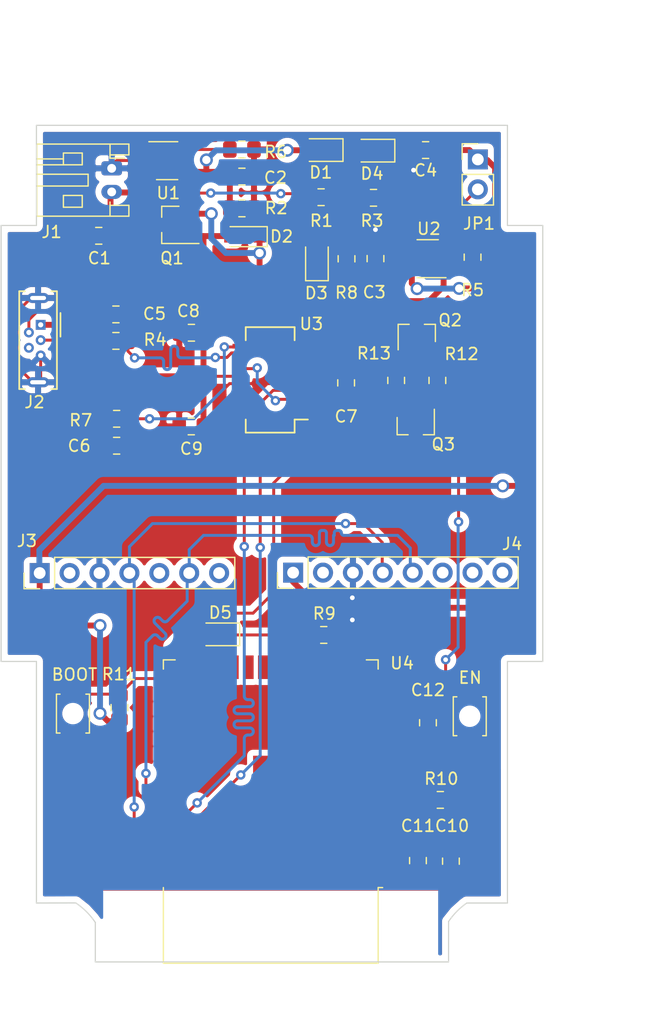
<source format=kicad_pcb>
(kicad_pcb (version 20171130) (host pcbnew "(5.1.9)-1")
  (layers (0 F.Cu signal) (31 B.Cu signal) (34 B.Paste user) (35 F.Paste user) (36 B.SilkS user) (37 F.SilkS user) (38 B.Mask user) (39 F.Mask user) (44 Edge.Cuts user))
  (net 0 "")
  (net 1 GND)
  (net 2 +BATT)
  (net 3 VBUS)
  (net 4 VIN)
  (net 5 +3V3)
  (net 6 /D-)
  (net 7 /D+)
  (net 8 "Net-(C7-Pad1)")
  (net 9 EN)
  (net 10 "Net-(D1-Pad1)")
  (net 11 "Net-(D3-Pad2)")
  (net 12 "Net-(D3-Pad1)")
  (net 13 "Net-(D4-Pad2)")
  (net 14 IO2)
  (net 15 "Net-(D5-Pad1)")
  (net 16 "Net-(J2-Pad4)")
  (net 17 "Net-(J3-Pad7)")
  (net 18 SDA)
  (net 19 "Net-(J3-Pad5)")
  (net 20 SCL)
  (net 21 "Net-(J3-Pad2)")
  (net 22 "Net-(J4-Pad8)")
  (net 23 "Net-(J4-Pad7)")
  (net 24 "Net-(J4-Pad6)")
  (net 25 "Net-(J4-Pad2)")
  (net 26 TX0)
  (net 27 RX0)
  (net 28 IO0)
  (net 29 CLK)
  (net 30 SD0)
  (net 31 SD1)
  (net 32 IO15)
  (net 33 IO4)
  (net 34 IO16)
  (net 35 IO17)
  (net 36 IO5)
  (net 37 IO18)
  (net 38 IO19)
  (net 39 IO23)
  (net 40 CMD)
  (net 41 SD3)
  (net 42 SD2)
  (net 43 IO13)
  (net 44 IO12)
  (net 45 IO14)
  (net 46 IO27)
  (net 47 IO26)
  (net 48 IO25)
  (net 49 IO33)
  (net 50 IO32)
  (net 51 IO35)
  (net 52 IO34)
  (net 53 VN)
  (net 54 VP)
  (net 55 "Net-(Q2-Pad2)")
  (net 56 ~RTS)
  (net 57 "Net-(Q3-Pad2)")
  (net 58 ~DTR)
  (net 59 "Net-(R1-Pad1)")
  (net 60 "Net-(R4-Pad2)")
  (net 61 "Net-(R5-Pad1)")
  (net 62 "Net-(R6-Pad1)")
  (net 63 "Net-(R7-Pad2)")
  (net 64 "Net-(U2-Pad4)")
  (net 65 "Net-(U3-Pad19)")
  (net 66 "Net-(U3-Pad18)")
  (net 67 "Net-(U3-Pad17)")
  (net 68 "Net-(U3-Pad10)")
  (net 69 "Net-(U3-Pad9)")
  (net 70 "Net-(U3-Pad8)")
  (net 71 "Net-(U3-Pad7)")
  (net 72 "Net-(U3-Pad5)")
  (net 73 "Net-(U4-Pad32)")
  (module RF_Module:ESP32-WROOM-32 (layer F.Cu) (at 217.05 84.695 180)
    (fp_text reference U4 (at -11.15 9.595 180) (layer F.SilkS))
    (fp_text value ESP32-WROOM-32)
    (pad 38 smd rect (at 8.5 -8.255 180) (size 2 0.9) (layers F.Cu F.Paste F.Mask) (net 1 GND))
    (pad 37 smd rect (at 8.5 -6.985 180) (size 2 0.9) (layers F.Cu F.Paste F.Mask) (net 39 IO23))
    (pad 36 smd rect (at 8.5 -5.715 180) (size 2 0.9) (layers F.Cu F.Paste F.Mask) (net 20 SCL))
    (pad 35 smd rect (at 8.5 -4.445 180) (size 2 0.9) (layers F.Cu F.Paste F.Mask) (net 26 TX0))
    (pad 34 smd rect (at 8.5 -3.175 180) (size 2 0.9) (layers F.Cu F.Paste F.Mask) (net 27 RX0))
    (pad 33 smd rect (at 8.5 -1.905 180) (size 2 0.9) (layers F.Cu F.Paste F.Mask) (net 18 SDA))
    (pad 32 smd rect (at 8.5 -0.635 180) (size 2 0.9) (layers F.Cu F.Paste F.Mask) (net 73 "Net-(U4-Pad32)"))
    (pad 31 smd rect (at 8.5 0.635 180) (size 2 0.9) (layers F.Cu F.Paste F.Mask) (net 38 IO19))
    (pad 30 smd rect (at 8.5 1.905 180) (size 2 0.9) (layers F.Cu F.Paste F.Mask) (net 37 IO18))
    (pad 29 smd rect (at 8.5 3.175 180) (size 2 0.9) (layers F.Cu F.Paste F.Mask) (net 36 IO5))
    (pad 28 smd rect (at 8.5 4.445 180) (size 2 0.9) (layers F.Cu F.Paste F.Mask) (net 35 IO17))
    (pad 27 smd rect (at 8.5 5.715 180) (size 2 0.9) (layers F.Cu F.Paste F.Mask) (net 34 IO16))
    (pad 26 smd rect (at 8.5 6.985 180) (size 2 0.9) (layers F.Cu F.Paste F.Mask) (net 33 IO4))
    (pad 25 smd rect (at 8.5 8.255 180) (size 2 0.9) (layers F.Cu F.Paste F.Mask) (net 28 IO0))
    (pad 24 smd rect (at 5.715 9.255 270) (size 2 0.9) (layers F.Cu F.Paste F.Mask) (net 14 IO2))
    (pad 23 smd rect (at 4.445 9.255 270) (size 2 0.9) (layers F.Cu F.Paste F.Mask) (net 32 IO15))
    (pad 22 smd rect (at 3.175 9.255 270) (size 2 0.9) (layers F.Cu F.Paste F.Mask) (net 31 SD1))
    (pad 21 smd rect (at 1.905 9.255 270) (size 2 0.9) (layers F.Cu F.Paste F.Mask) (net 30 SD0))
    (pad 20 smd rect (at 0.635 9.255 270) (size 2 0.9) (layers F.Cu F.Paste F.Mask) (net 29 CLK))
    (pad 19 smd rect (at -0.635 9.255 270) (size 2 0.9) (layers F.Cu F.Paste F.Mask) (net 40 CMD))
    (pad 18 smd rect (at -1.905 9.255 270) (size 2 0.9) (layers F.Cu F.Paste F.Mask) (net 41 SD3))
    (pad 17 smd rect (at -3.175 9.255 270) (size 2 0.9) (layers F.Cu F.Paste F.Mask) (net 42 SD2))
    (pad 16 smd rect (at -4.445 9.255 270) (size 2 0.9) (layers F.Cu F.Paste F.Mask) (net 43 IO13))
    (pad 15 smd rect (at -5.715 9.255 270) (size 2 0.9) (layers F.Cu F.Paste F.Mask) (net 1 GND))
    (pad 14 smd rect (at -8.5 8.255 180) (size 2 0.9) (layers F.Cu F.Paste F.Mask) (net 44 IO12))
    (pad 13 smd rect (at -8.5 6.985 180) (size 2 0.9) (layers F.Cu F.Paste F.Mask) (net 45 IO14))
    (pad 12 smd rect (at -8.5 5.715 180) (size 2 0.9) (layers F.Cu F.Paste F.Mask) (net 46 IO27))
    (pad 11 smd rect (at -8.5 4.445 180) (size 2 0.9) (layers F.Cu F.Paste F.Mask) (net 47 IO26))
    (pad 10 smd rect (at -8.5 3.175 180) (size 2 0.9) (layers F.Cu F.Paste F.Mask) (net 48 IO25))
    (pad 9 smd rect (at -8.5 1.905 180) (size 2 0.9) (layers F.Cu F.Paste F.Mask) (net 49 IO33))
    (pad 8 smd rect (at -8.5 0.635 180) (size 2 0.9) (layers F.Cu F.Paste F.Mask) (net 50 IO32))
    (pad 7 smd rect (at -8.5 -0.635 180) (size 2 0.9) (layers F.Cu F.Paste F.Mask) (net 51 IO35))
    (pad 6 smd rect (at -8.5 -1.905 180) (size 2 0.9) (layers F.Cu F.Paste F.Mask) (net 52 IO34))
    (pad 5 smd rect (at -8.5 -3.175 180) (size 2 0.9) (layers F.Cu F.Paste F.Mask) (net 53 VN))
    (pad 4 smd rect (at -8.5 -4.445 180) (size 2 0.9) (layers F.Cu F.Paste F.Mask) (net 54 VP))
    (pad 3 smd rect (at -8.5 -5.715 180) (size 2 0.9) (layers F.Cu F.Paste F.Mask) (net 9 EN))
    (pad 2 smd rect (at -8.5 -6.985 180) (size 2 0.9) (layers F.Cu F.Paste F.Mask) (net 5 +3V3))
    (pad 1 smd rect (at -8.5 -8.255 180) (size 2 0.9) (layers F.Cu F.Paste F.Mask) (net 1 GND))
    (pad 39 smd rect (at -1 -0.755 180) (size 5 5) (layers F.Cu F.Paste F.Mask) (net 1 GND))
  )
  (module Connector_USB:USB_Micro-B_Wuerth_614105150721_Vertical (layer F.Cu) (at 197.5104 46.3804 270)
    (fp_text reference J2 (at 6.565 0.523 180) (layer F.SilkS))
    (fp_text value USB_B_Micro)
    (pad 6 thru_hole oval (at 4.875 0.22 270) (size 0.85 1.85) (drill oval 0.35 1.35) (layers *.Cu *.Mask) (net 1 GND))
    (pad 6 thru_hole oval (at -2.275 0.22 270) (size 0.85 1.85) (drill oval 0.35 1.35) (layers *.Cu *.Mask) (net 1 GND))
    (pad 5 thru_hole circle (at 2.6 0 270) (size 0.84 0.84) (drill 0.44) (layers *.Cu *.Mask) (net 1 GND))
    (pad 4 thru_hole circle (at 1.95 1 270) (size 0.84 0.84) (drill 0.44) (layers *.Cu *.Mask) (net 16 "Net-(J2-Pad4)"))
    (pad 3 thru_hole circle (at 1.3 0 270) (size 0.84 0.84) (drill 0.44) (layers *.Cu *.Mask) (net 7 /D+))
    (pad 2 thru_hole circle (at 0.65 1 270) (size 0.84 0.84) (drill 0.44) (layers *.Cu *.Mask) (net 6 /D-))
    (pad 1 thru_hole rect (at 0 0 270) (size 0.84 0.84) (drill 0.44) (layers *.Cu *.Mask) (net 3 VBUS))
  )
  (module Connector_PinHeader_2.54mm:PinHeader_1x02_P2.54mm_Vertical (layer F.Cu) (at 234.63504 32.34436)
    (fp_text reference JP1 (at 0.1 5.446) (layer F.SilkS))
    (fp_text value SJ)
    (pad 2 thru_hole oval (at 0 2.54) (size 1.7 1.7) (drill 1) (layers *.Cu *.Mask) (net 11 "Net-(D3-Pad2)"))
    (pad 1 thru_hole rect (at 0 0) (size 1.7 1.7) (drill 1) (layers *.Cu *.Mask) (net 5 +3V3))
  )
  (module Resistor_SMD:R_0805_2012Metric_Pad1.15x1.40mm_HandSolder (layer F.Cu) (at 227.7 51.1 90)
    (fp_text reference R13 (at 2.29644 -1.88384) (layer F.SilkS))
    (fp_text value 10K)
    (pad 2 smd roundrect (at 1.025 0 90) (size 1.15 1.4) (layers F.Cu F.Paste F.Mask) (roundrect_rratio 0.217391) (net 56 ~RTS))
    (pad 1 smd roundrect (at -1.025 0 90) (size 1.15 1.4) (layers F.Cu F.Paste F.Mask) (roundrect_rratio 0.217391) (net 57 "Net-(Q3-Pad2)"))
  )
  (module Capacitor_SMD:C_0805_2012Metric_Pad1.15x1.40mm_HandSolder (layer F.Cu) (at 203.962 56.642)
    (fp_text reference C6 (at -3.18008 0.01016) (layer F.SilkS))
    (fp_text value 47pF/16V)
    (pad 2 smd roundrect (at 1.025 0) (size 1.15 1.4) (layers F.Cu F.Paste F.Mask) (roundrect_rratio 0.217391) (net 1 GND))
    (pad 1 smd roundrect (at -1.025 0) (size 1.15 1.4) (layers F.Cu F.Paste F.Mask) (roundrect_rratio 0.217391) (net 7 /D+))
  )
  (module Package_SO:SSOP-20_3.9x8.7mm_P0.635mm (layer F.Cu) (at 217 51.054 180)
    (fp_text reference U3 (at -3.5 4.75) (layer F.SilkS))
    (fp_text value FT231XS)
    (pad 20 smd rect (at 2.6 -2.8575 180) (size 1.2 0.4) (layers F.Cu F.Paste F.Mask) (net 27 RX0))
    (pad 19 smd rect (at 2.6 -2.2225 180) (size 1.2 0.4) (layers F.Cu F.Paste F.Mask) (net 65 "Net-(U3-Pad19)"))
    (pad 18 smd rect (at 2.6 -1.5875 180) (size 1.2 0.4) (layers F.Cu F.Paste F.Mask) (net 66 "Net-(U3-Pad18)"))
    (pad 17 smd rect (at 2.6 -0.9525 180) (size 1.2 0.4) (layers F.Cu F.Paste F.Mask) (net 67 "Net-(U3-Pad17)"))
    (pad 16 smd rect (at 2.6 -0.3175 180) (size 1.2 0.4) (layers F.Cu F.Paste F.Mask) (net 1 GND))
    (pad 15 smd rect (at 2.6 0.3175 180) (size 1.2 0.4) (layers F.Cu F.Paste F.Mask) (net 3 VBUS))
    (pad 14 smd rect (at 2.6 0.9525 180) (size 1.2 0.4) (layers F.Cu F.Paste F.Mask) (net 8 "Net-(C7-Pad1)"))
    (pad 13 smd rect (at 2.6 1.5875 180) (size 1.2 0.4) (layers F.Cu F.Paste F.Mask) (net 8 "Net-(C7-Pad1)"))
    (pad 12 smd rect (at 2.6 2.2225 180) (size 1.2 0.4) (layers F.Cu F.Paste F.Mask) (net 60 "Net-(R4-Pad2)"))
    (pad 11 smd rect (at 2.6 2.8575 180) (size 1.2 0.4) (layers F.Cu F.Paste F.Mask) (net 63 "Net-(R7-Pad2)"))
    (pad 10 smd rect (at -2.6 2.8575 180) (size 1.2 0.4) (layers F.Cu F.Paste F.Mask) (net 68 "Net-(U3-Pad10)"))
    (pad 9 smd rect (at -2.6 2.2225 180) (size 1.2 0.4) (layers F.Cu F.Paste F.Mask) (net 69 "Net-(U3-Pad9)"))
    (pad 8 smd rect (at -2.6 1.5875 180) (size 1.2 0.4) (layers F.Cu F.Paste F.Mask) (net 70 "Net-(U3-Pad8)"))
    (pad 7 smd rect (at -2.6 0.9525 180) (size 1.2 0.4) (layers F.Cu F.Paste F.Mask) (net 71 "Net-(U3-Pad7)"))
    (pad 6 smd rect (at -2.6 0.3175 180) (size 1.2 0.4) (layers F.Cu F.Paste F.Mask) (net 1 GND))
    (pad 5 smd rect (at -2.6 -0.3175 180) (size 1.2 0.4) (layers F.Cu F.Paste F.Mask) (net 72 "Net-(U3-Pad5)"))
    (pad 4 smd rect (at -2.6 -0.9525 180) (size 1.2 0.4) (layers F.Cu F.Paste F.Mask) (net 26 TX0))
    (pad 3 smd rect (at -2.6 -1.5875 180) (size 1.2 0.4) (layers F.Cu F.Paste F.Mask) (net 8 "Net-(C7-Pad1)"))
    (pad 2 smd rect (at -2.6 -2.2225 180) (size 1.2 0.4) (layers F.Cu F.Paste F.Mask) (net 56 ~RTS))
    (pad 1 smd rect (at -2.6 -2.8575 180) (size 1.2 0.4) (layers F.Cu F.Paste F.Mask) (net 58 ~DTR))
  )
  (module Package_TO_SOT_SMD:SOT-23-5_HandSoldering (layer F.Cu) (at 230.378 40.767 180)
    (fp_text reference U2 (at -0.09906 2.53746) (layer F.SilkS))
    (fp_text value AP2112K-3.3)
    (pad 5 smd rect (at 1.35 -0.95 180) (size 1.56 0.65) (layers F.Cu F.Paste F.Mask) (net 5 +3V3))
    (pad 4 smd rect (at 1.35 0.95 180) (size 1.56 0.65) (layers F.Cu F.Paste F.Mask) (net 64 "Net-(U2-Pad4)"))
    (pad 3 smd rect (at -1.35 0.95 180) (size 1.56 0.65) (layers F.Cu F.Paste F.Mask) (net 61 "Net-(R5-Pad1)"))
    (pad 2 smd rect (at -1.35 0 180) (size 1.56 0.65) (layers F.Cu F.Paste F.Mask) (net 1 GND))
    (pad 1 smd rect (at -1.35 -0.95 180) (size 1.56 0.65) (layers F.Cu F.Paste F.Mask) (net 4 VIN))
  )
  (module Package_TO_SOT_SMD:SOT-23-5_HandSoldering (layer F.Cu) (at 208.25 32.45)
    (fp_text reference U1 (at 0.1 2.75) (layer F.SilkS))
    (fp_text value MCP73831)
    (pad 5 smd rect (at 1.35 -0.95) (size 1.56 0.65) (layers F.Cu F.Paste F.Mask) (net 62 "Net-(R6-Pad1)"))
    (pad 4 smd rect (at 1.35 0.95) (size 1.56 0.65) (layers F.Cu F.Paste F.Mask) (net 3 VBUS))
    (pad 3 smd rect (at -1.35 0.95) (size 1.56 0.65) (layers F.Cu F.Paste F.Mask) (net 2 +BATT))
    (pad 2 smd rect (at -1.35 0) (size 1.56 0.65) (layers F.Cu F.Paste F.Mask) (net 1 GND))
    (pad 1 smd rect (at -1.35 -0.95) (size 1.56 0.65) (layers F.Cu F.Paste F.Mask) (net 59 "Net-(R1-Pad1)"))
  )
  (module Button_Switch_SMD:SW_SPST_B3U-1000P-B (layer F.Cu) (at 233.95 79.6 270)
    (fp_text reference EN (at -3.273 -0.0348 180) (layer F.SilkS))
    (fp_text value Switch)
    (pad "" np_thru_hole circle (at 0 0 270) (size 0.8 0.8) (drill 0.8) (layers *.Cu *.Mask))
    (pad 2 smd rect (at 1.7 0 270) (size 0.9 1.7) (layers F.Cu F.Paste F.Mask) (net 9 EN))
    (pad 1 smd rect (at -1.7 0 270) (size 0.9 1.7) (layers F.Cu F.Paste F.Mask) (net 1 GND))
  )
  (module Button_Switch_SMD:SW_SPST_B3U-1000P-B (layer F.Cu) (at 200.25 79.375 90)
    (fp_text reference BOOT (at 3.31216 0.1306 180) (layer F.SilkS))
    (fp_text value Switch)
    (pad "" np_thru_hole circle (at 0 0 90) (size 0.8 0.8) (drill 0.8) (layers *.Cu *.Mask))
    (pad 2 smd rect (at 1.7 0 90) (size 0.9 1.7) (layers F.Cu F.Paste F.Mask) (net 28 IO0))
    (pad 1 smd rect (at -1.7 0 90) (size 0.9 1.7) (layers F.Cu F.Paste F.Mask) (net 1 GND))
  )
  (module Resistor_SMD:R_0805_2012Metric_Pad1.15x1.40mm_HandSolder (layer F.Cu) (at 231.2 51.1 90)
    (fp_text reference R12 (at 2.24564 2.05328 180) (layer F.SilkS))
    (fp_text value 10K)
    (pad 2 smd roundrect (at 1.025 0 90) (size 1.15 1.4) (layers F.Cu F.Paste F.Mask) (roundrect_rratio 0.217391) (net 55 "Net-(Q2-Pad2)"))
    (pad 1 smd roundrect (at -1.025 0 90) (size 1.15 1.4) (layers F.Cu F.Paste F.Mask) (roundrect_rratio 0.217391) (net 58 ~DTR))
  )
  (module Resistor_SMD:R_0805_2012Metric_Pad1.15x1.40mm_HandSolder (layer F.Cu) (at 204.2 78.867 270)
    (fp_text reference R11 (at -2.83464 0.03988 180) (layer F.SilkS))
    (fp_text value 10K)
    (pad 2 smd roundrect (at 1.025 0 270) (size 1.15 1.4) (layers F.Cu F.Paste F.Mask) (roundrect_rratio 0.217391) (net 5 +3V3))
    (pad 1 smd roundrect (at -1.025 0 270) (size 1.15 1.4) (layers F.Cu F.Paste F.Mask) (roundrect_rratio 0.217391) (net 28 IO0))
  )
  (module Resistor_SMD:R_0805_2012Metric_Pad1.15x1.40mm_HandSolder (layer F.Cu) (at 231.45 86.7 180)
    (fp_text reference R10 (at -0.08624 1.79796 180) (layer F.SilkS))
    (fp_text value 10K)
    (pad 2 smd roundrect (at 1.025 0 180) (size 1.15 1.4) (layers F.Cu F.Paste F.Mask) (roundrect_rratio 0.217391) (net 9 EN))
    (pad 1 smd roundrect (at -1.025 0 180) (size 1.15 1.4) (layers F.Cu F.Paste F.Mask) (roundrect_rratio 0.217391) (net 5 +3V3))
  )
  (module Resistor_SMD:R_0805_2012Metric_Pad1.15x1.40mm_HandSolder (layer F.Cu) (at 221.55 72.7)
    (fp_text reference R9 (at 0.04976 -1.81368) (layer F.SilkS))
    (fp_text value 1K)
    (pad 2 smd roundrect (at 1.025 0) (size 1.15 1.4) (layers F.Cu F.Paste F.Mask) (roundrect_rratio 0.217391) (net 1 GND))
    (pad 1 smd roundrect (at -1.025 0) (size 1.15 1.4) (layers F.Cu F.Paste F.Mask) (roundrect_rratio 0.217391) (net 15 "Net-(D5-Pad1)"))
  )
  (module Resistor_SMD:R_0805_2012Metric_Pad1.15x1.40mm_HandSolder (layer F.Cu) (at 223.48444 40.77716 90)
    (fp_text reference R8 (at -2.875 0 180) (layer F.SilkS))
    (fp_text value 1K)
    (pad 2 smd roundrect (at 1.025 0 90) (size 1.15 1.4) (layers F.Cu F.Paste F.Mask) (roundrect_rratio 0.217391) (net 1 GND))
    (pad 1 smd roundrect (at -1.025 0 90) (size 1.15 1.4) (layers F.Cu F.Paste F.Mask) (roundrect_rratio 0.217391) (net 12 "Net-(D3-Pad1)"))
  )
  (module Resistor_SMD:R_0805_2012Metric_Pad1.15x1.40mm_HandSolder (layer F.Cu) (at 203.962 54.356)
    (fp_text reference R7 (at -3.048 0.127) (layer F.SilkS))
    (fp_text value 27)
    (pad 2 smd roundrect (at 1.025 0) (size 1.15 1.4) (layers F.Cu F.Paste F.Mask) (roundrect_rratio 0.217391) (net 63 "Net-(R7-Pad2)"))
    (pad 1 smd roundrect (at -1.025 0) (size 1.15 1.4) (layers F.Cu F.Paste F.Mask) (roundrect_rratio 0.217391) (net 7 /D+))
  )
  (module Resistor_SMD:R_0805_2012Metric_Pad1.15x1.40mm_HandSolder (layer F.Cu) (at 214.6 31.5)
    (fp_text reference R6 (at 2.8748 0.20936) (layer F.SilkS))
    (fp_text value 2.0K)
    (pad 2 smd roundrect (at 1.025 0) (size 1.15 1.4) (layers F.Cu F.Paste F.Mask) (roundrect_rratio 0.217391) (net 1 GND))
    (pad 1 smd roundrect (at -1.025 0) (size 1.15 1.4) (layers F.Cu F.Paste F.Mask) (roundrect_rratio 0.217391) (net 62 "Net-(R6-Pad1)"))
  )
  (module Resistor_SMD:R_0805_2012Metric_Pad1.15x1.40mm_HandSolder (layer F.Cu) (at 234.188 40.64 270)
    (fp_text reference R5 (at 2.794 0 180) (layer F.SilkS))
    (fp_text value 100K)
    (pad 2 smd roundrect (at 1.025 0 270) (size 1.15 1.4) (layers F.Cu F.Paste F.Mask) (roundrect_rratio 0.217391) (net 4 VIN))
    (pad 1 smd roundrect (at -1.025 0 270) (size 1.15 1.4) (layers F.Cu F.Paste F.Mask) (roundrect_rratio 0.217391) (net 61 "Net-(R5-Pad1)"))
  )
  (module Resistor_SMD:R_0805_2012Metric_Pad1.15x1.40mm_HandSolder (layer F.Cu) (at 203.9 47.746)
    (fp_text reference R4 (at 3.325 -0.1) (layer F.SilkS))
    (fp_text value 27)
    (pad 2 smd roundrect (at 1.025 0) (size 1.15 1.4) (layers F.Cu F.Paste F.Mask) (roundrect_rratio 0.217391) (net 60 "Net-(R4-Pad2)"))
    (pad 1 smd roundrect (at -1.025 0) (size 1.15 1.4) (layers F.Cu F.Paste F.Mask) (roundrect_rratio 0.217391) (net 6 /D-))
  )
  (module Resistor_SMD:R_0805_2012Metric_Pad1.15x1.40mm_HandSolder (layer F.Cu) (at 225.775 35.6)
    (fp_text reference R3 (at -0.125 1.95) (layer F.SilkS))
    (fp_text value 1K)
    (pad 1 smd roundrect (at -1.025 0) (size 1.15 1.4) (layers F.Cu F.Paste F.Mask) (roundrect_rratio 0.217391) (net 13 "Net-(D4-Pad2)"))
    (pad 2 smd roundrect (at 1.025 0) (size 1.15 1.4) (layers F.Cu F.Paste F.Mask) (roundrect_rratio 0.217391) (net 59 "Net-(R1-Pad1)"))
  )
  (module Resistor_SMD:R_0805_2012Metric_Pad1.15x1.40mm_HandSolder (layer F.Cu) (at 214.6 36.5 180)
    (fp_text reference R2 (at -2.91036 0.0256) (layer F.SilkS))
    (fp_text value 10K)
    (pad 2 smd roundrect (at 1.025 0 180) (size 1.15 1.4) (layers F.Cu F.Paste F.Mask) (roundrect_rratio 0.217391) (net 3 VBUS))
    (pad 1 smd roundrect (at -1.025 0 180) (size 1.15 1.4) (layers F.Cu F.Paste F.Mask) (roundrect_rratio 0.217391) (net 1 GND))
  )
  (module Resistor_SMD:R_0805_2012Metric_Pad1.15x1.40mm_HandSolder (layer F.Cu) (at 221.325 35.55)
    (fp_text reference R1 (at 0.025 2) (layer F.SilkS))
    (fp_text value 1K)
    (pad 2 smd roundrect (at 1.025 0) (size 1.15 1.4) (layers F.Cu F.Paste F.Mask) (roundrect_rratio 0.217391) (net 10 "Net-(D1-Pad1)"))
    (pad 1 smd roundrect (at -1.025 0) (size 1.15 1.4) (layers F.Cu F.Paste F.Mask) (roundrect_rratio 0.217391) (net 59 "Net-(R1-Pad1)"))
  )
  (module Package_TO_SOT_SMD:SOT-23 (layer F.Cu) (at 229.362 54.95 270)
    (fp_text reference Q3 (at 1.57516 -2.34696 180) (layer F.SilkS))
    (fp_text value S8050)
    (pad 3 smd rect (at 1 0 270) (size 0.9 0.8) (layers F.Cu F.Paste F.Mask) (net 28 IO0))
    (pad 2 smd rect (at -1 0.95 270) (size 0.9 0.8) (layers F.Cu F.Paste F.Mask) (net 57 "Net-(Q3-Pad2)"))
    (pad 1 smd rect (at -1 -0.95 270) (size 0.9 0.8) (layers F.Cu F.Paste F.Mask) (net 58 ~DTR))
  )
  (module Package_TO_SOT_SMD:SOT-23 (layer F.Cu) (at 229.45 47.1 90)
    (fp_text reference Q2 (at 1.10568 2.83808 180) (layer F.SilkS))
    (fp_text value S8050)
    (pad 3 smd rect (at 1 0 90) (size 0.9 0.8) (layers F.Cu F.Paste F.Mask) (net 9 EN))
    (pad 2 smd rect (at -1 0.95 90) (size 0.9 0.8) (layers F.Cu F.Paste F.Mask) (net 55 "Net-(Q2-Pad2)"))
    (pad 1 smd rect (at -1 -0.95 90) (size 0.9 0.8) (layers F.Cu F.Paste F.Mask) (net 56 ~RTS))
  )
  (module Package_TO_SOT_SMD:SOT-23_Handsoldering (layer F.Cu) (at 208.55 37.9 180)
    (fp_text reference Q1 (at -0.111 -2.82636) (layer F.SilkS))
    (fp_text value 2.5A/30V)
    (pad 3 smd rect (at 1.5 0 180) (size 1.9 0.8) (layers F.Cu F.Paste F.Mask) (net 2 +BATT))
    (pad 2 smd rect (at -1.5 0.95 180) (size 1.9 0.8) (layers F.Cu F.Paste F.Mask) (net 4 VIN))
    (pad 1 smd rect (at -1.5 -0.95 180) (size 1.9 0.8) (layers F.Cu F.Paste F.Mask) (net 3 VBUS))
  )
  (module Connector_PinHeader_2.54mm:PinHeader_1x08_P2.54mm_Vertical (layer F.Cu) (at 218.948 67.4116 90)
    (fp_text reference J4 (at 2.4376 18.594 180) (layer F.SilkS))
    (fp_text value LIS3DH)
    (pad 8 thru_hole oval (at 0 17.78 90) (size 1.7 1.7) (drill 1) (layers *.Cu *.Mask) (net 22 "Net-(J4-Pad8)"))
    (pad 7 thru_hole oval (at 0 15.24 90) (size 1.7 1.7) (drill 1) (layers *.Cu *.Mask) (net 23 "Net-(J4-Pad7)"))
    (pad 6 thru_hole oval (at 0 12.7 90) (size 1.7 1.7) (drill 1) (layers *.Cu *.Mask) (net 24 "Net-(J4-Pad6)"))
    (pad 5 thru_hole oval (at 0 10.16 90) (size 1.7 1.7) (drill 1) (layers *.Cu *.Mask) (net 18 SDA))
    (pad 4 thru_hole oval (at 0 7.62 90) (size 1.7 1.7) (drill 1) (layers *.Cu *.Mask) (net 20 SCL))
    (pad 3 thru_hole oval (at 0 5.08 90) (size 1.7 1.7) (drill 1) (layers *.Cu *.Mask) (net 1 GND))
    (pad 2 thru_hole oval (at 0 2.54 90) (size 1.7 1.7) (drill 1) (layers *.Cu *.Mask) (net 25 "Net-(J4-Pad2)"))
    (pad 1 thru_hole rect (at 0 0 90) (size 1.7 1.7) (drill 1) (layers *.Cu *.Mask) (net 5 +3V3))
  )
  (module Connector_PinHeader_2.54mm:PinHeader_1x07_P2.54mm_Vertical (layer F.Cu) (at 197.425 67.447 90)
    (fp_text reference J3 (at 2.7278 -1.083 180) (layer F.SilkS))
    (fp_text value BME680)
    (pad 7 thru_hole oval (at 0 15.24 90) (size 1.7 1.7) (drill 1) (layers *.Cu *.Mask) (net 17 "Net-(J3-Pad7)"))
    (pad 6 thru_hole oval (at 0 12.7 90) (size 1.7 1.7) (drill 1) (layers *.Cu *.Mask) (net 18 SDA))
    (pad 5 thru_hole oval (at 0 10.16 90) (size 1.7 1.7) (drill 1) (layers *.Cu *.Mask) (net 19 "Net-(J3-Pad5)"))
    (pad 4 thru_hole oval (at 0 7.62 90) (size 1.7 1.7) (drill 1) (layers *.Cu *.Mask) (net 20 SCL))
    (pad 3 thru_hole oval (at 0 5.08 90) (size 1.7 1.7) (drill 1) (layers *.Cu *.Mask) (net 1 GND))
    (pad 2 thru_hole oval (at 0 2.54 90) (size 1.7 1.7) (drill 1) (layers *.Cu *.Mask) (net 21 "Net-(J3-Pad2)"))
    (pad 1 thru_hole rect (at 0 0 90) (size 1.7 1.7) (drill 1) (layers *.Cu *.Mask) (net 5 +3V3))
  )
  (module Connector_JST:JST_PH_S2B-PH-K_1x02_P2.00mm_Horizontal (layer F.Cu) (at 203.54036 33.10128 270)
    (fp_text reference J1 (at 5.4 5.1 180) (layer F.SilkS))
    (fp_text value LiPo)
    (pad 2 thru_hole oval (at 2 0 270) (size 1.2 1.75) (drill 0.75) (layers *.Cu *.Mask) (net 2 +BATT))
    (pad 1 thru_hole roundrect (at 0 0 270) (size 1.2 1.75) (drill 0.75) (layers *.Cu *.Mask) (roundrect_rratio 0.208333) (net 1 GND))
  )
  (module LED_SMD:LED_0805_2012Metric_Pad1.15x1.40mm_HandSolder (layer F.Cu) (at 212.55 72.65 180)
    (fp_text reference D5 (at -0.21056 1.84496) (layer F.SilkS))
    (fp_text value Blue)
    (pad 2 smd roundrect (at 1.025 0 180) (size 1.15 1.4) (layers F.Cu F.Paste F.Mask) (roundrect_rratio 0.217391) (net 14 IO2))
    (pad 1 smd roundrect (at -1.025 0 180) (size 1.15 1.4) (layers F.Cu F.Paste F.Mask) (roundrect_rratio 0.217391) (net 15 "Net-(D5-Pad1)"))
  )
  (module LED_SMD:LED_0805_2012Metric_Pad1.15x1.40mm_HandSolder (layer F.Cu) (at 225.725 31.6 180)
    (fp_text reference D4 (at 0.075 -1.95) (layer F.SilkS))
    (fp_text value Green)
    (pad 2 smd roundrect (at 1.025 0 180) (size 1.15 1.4) (layers F.Cu F.Paste F.Mask) (roundrect_rratio 0.217391) (net 13 "Net-(D4-Pad2)"))
    (pad 1 smd roundrect (at -1.025 0 180) (size 1.15 1.4) (layers F.Cu F.Paste F.Mask) (roundrect_rratio 0.217391) (net 1 GND))
  )
  (module LED_SMD:LED_0805_2012Metric_Pad1.15x1.40mm_HandSolder (layer F.Cu) (at 220.96984 40.77716 90)
    (fp_text reference D3 (at -2.913 -0.05 180) (layer F.SilkS))
    (fp_text value Yellow)
    (pad 2 smd roundrect (at 1.025 0 90) (size 1.15 1.4) (layers F.Cu F.Paste F.Mask) (roundrect_rratio 0.217391) (net 11 "Net-(D3-Pad2)"))
    (pad 1 smd roundrect (at -1.025 0 90) (size 1.15 1.4) (layers F.Cu F.Paste F.Mask) (roundrect_rratio 0.217391) (net 12 "Net-(D3-Pad1)"))
  )
  (module Diode_SMD:D_SOD-323_HandSoldering (layer F.Cu) (at 214.85 38.9 180)
    (fp_text reference D2 (at -3.11756 0.01768) (layer F.SilkS))
    (fp_text value 1A/23V/620mV)
    (pad 2 smd rect (at 1.25 0 180) (size 1 1) (layers F.Cu F.Paste F.Mask) (net 3 VBUS))
    (pad 1 smd rect (at -1.25 0 180) (size 1 1) (layers F.Cu F.Paste F.Mask) (net 4 VIN))
  )
  (module LED_SMD:LED_0805_2012Metric_Pad1.15x1.40mm_HandSolder (layer F.Cu) (at 221.325 31.55 180)
    (fp_text reference D1 (at 0.025 -1.9) (layer F.SilkS))
    (fp_text value Red)
    (pad 2 smd roundrect (at 1.025 0 180) (size 1.15 1.4) (layers F.Cu F.Paste F.Mask) (roundrect_rratio 0.217391) (net 3 VBUS))
    (pad 1 smd roundrect (at -1.025 0 180) (size 1.15 1.4) (layers F.Cu F.Paste F.Mask) (roundrect_rratio 0.217391) (net 10 "Net-(D1-Pad1)"))
  )
  (module Capacitor_SMD:C_0805_2012Metric_Pad1.15x1.40mm_HandSolder (layer F.Cu) (at 230.4 80.15 90)
    (fp_text reference C12 (at 2.775 0 180) (layer F.SilkS))
    (fp_text value 0.1uF/50V)
    (pad 2 smd roundrect (at 1.025 0 90) (size 1.15 1.4) (layers F.Cu F.Paste F.Mask) (roundrect_rratio 0.217391) (net 1 GND))
    (pad 1 smd roundrect (at -1.025 0 90) (size 1.15 1.4) (layers F.Cu F.Paste F.Mask) (roundrect_rratio 0.217391) (net 9 EN))
  )
  (module Capacitor_SMD:C_0805_2012Metric_Pad1.15x1.40mm_HandSolder (layer F.Cu) (at 229.55 91.85 270)
    (fp_text reference C11 (at -2.95 0 180) (layer F.SilkS))
    (fp_text value 10uF/10V)
    (pad 2 smd roundrect (at 1.025 0 270) (size 1.15 1.4) (layers F.Cu F.Paste F.Mask) (roundrect_rratio 0.217391) (net 1 GND))
    (pad 1 smd roundrect (at -1.025 0 270) (size 1.15 1.4) (layers F.Cu F.Paste F.Mask) (roundrect_rratio 0.217391) (net 5 +3V3))
  )
  (module Capacitor_SMD:C_0805_2012Metric_Pad1.15x1.40mm_HandSolder (layer F.Cu) (at 232.35 91.9 270)
    (fp_text reference C10 (at -3 -0.1) (layer F.SilkS))
    (fp_text value 0.1uF/50V)
    (pad 2 smd roundrect (at 1.025 0 270) (size 1.15 1.4) (layers F.Cu F.Paste F.Mask) (roundrect_rratio 0.217391) (net 1 GND))
    (pad 1 smd roundrect (at -1.025 0 270) (size 1.15 1.4) (layers F.Cu F.Paste F.Mask) (roundrect_rratio 0.217391) (net 5 +3V3))
  )
  (module Capacitor_SMD:C_0805_2012Metric_Pad1.15x1.40mm_HandSolder (layer F.Cu) (at 210.3 55.004 180)
    (fp_text reference C9 (at -0.012 -1.892) (layer F.SilkS))
    (fp_text value 4.7uF/6.3V)
    (pad 2 smd roundrect (at 1.025 0 180) (size 1.15 1.4) (layers F.Cu F.Paste F.Mask) (roundrect_rratio 0.217391) (net 1 GND))
    (pad 1 smd roundrect (at -1.025 0 180) (size 1.15 1.4) (layers F.Cu F.Paste F.Mask) (roundrect_rratio 0.217391) (net 3 VBUS))
  )
  (module Capacitor_SMD:C_0805_2012Metric_Pad1.15x1.40mm_HandSolder (layer F.Cu) (at 210.312 47.054 180)
    (fp_text reference C8 (at 0.254 1.842) (layer F.SilkS))
    (fp_text value 0.1uF/50V)
    (pad 2 smd roundrect (at 1.025 0 180) (size 1.15 1.4) (layers F.Cu F.Paste F.Mask) (roundrect_rratio 0.217391) (net 1 GND))
    (pad 1 smd roundrect (at -1.025 0 180) (size 1.15 1.4) (layers F.Cu F.Paste F.Mask) (roundrect_rratio 0.217391) (net 3 VBUS))
  )
  (module Capacitor_SMD:C_0805_2012Metric_Pad1.15x1.40mm_HandSolder (layer F.Cu) (at 223.45 51.308 90)
    (fp_text reference C7 (at -2.85 0 180) (layer F.SilkS))
    (fp_text value 0.1uF/50V)
    (pad 2 smd roundrect (at 1.025 0 90) (size 1.15 1.4) (layers F.Cu F.Paste F.Mask) (roundrect_rratio 0.217391) (net 1 GND))
    (pad 1 smd roundrect (at -1.025 0 90) (size 1.15 1.4) (layers F.Cu F.Paste F.Mask) (roundrect_rratio 0.217391) (net 8 "Net-(C7-Pad1)"))
  )
  (module Capacitor_SMD:C_0805_2012Metric_Pad1.15x1.40mm_HandSolder (layer F.Cu) (at 203.9 45.496)
    (fp_text reference C5 (at 3.275 -0.05) (layer F.SilkS))
    (fp_text value 47pF/16V)
    (pad 2 smd roundrect (at 1.025 0) (size 1.15 1.4) (layers F.Cu F.Paste F.Mask) (roundrect_rratio 0.217391) (net 1 GND))
    (pad 1 smd roundrect (at -1.025 0) (size 1.15 1.4) (layers F.Cu F.Paste F.Mask) (roundrect_rratio 0.217391) (net 6 /D-))
  )
  (module Capacitor_SMD:C_0805_2012Metric_Pad1.15x1.40mm_HandSolder (layer F.Cu) (at 230.2 31.55 180)
    (fp_text reference C4 (at 0 -1.724) (layer F.SilkS))
    (fp_text value 1.0uF/6.3V)
    (pad 2 smd roundrect (at 1.025 0 180) (size 1.15 1.4) (layers F.Cu F.Paste F.Mask) (roundrect_rratio 0.217391) (net 1 GND))
    (pad 1 smd roundrect (at -1.025 0 180) (size 1.15 1.4) (layers F.Cu F.Paste F.Mask) (roundrect_rratio 0.217391) (net 5 +3V3))
  )
  (module Capacitor_SMD:C_0805_2012Metric_Pad1.15x1.40mm_HandSolder (layer F.Cu) (at 225.94316 40.76192 90)
    (fp_text reference C3 (at -2.85 -0.1 180) (layer F.SilkS))
    (fp_text value 1.0uF/6.3V)
    (pad 2 smd roundrect (at 1.025 0 90) (size 1.15 1.4) (layers F.Cu F.Paste F.Mask) (roundrect_rratio 0.217391) (net 1 GND))
    (pad 1 smd roundrect (at -1.025 0 90) (size 1.15 1.4) (layers F.Cu F.Paste F.Mask) (roundrect_rratio 0.217391) (net 4 VIN))
  )
  (module Capacitor_SMD:C_0805_2012Metric_Pad1.15x1.40mm_HandSolder (layer F.Cu) (at 214.6 33.8)
    (fp_text reference C2 (at 2.8494 0.09376) (layer F.SilkS))
    (fp_text value 4.7uF/6.3V)
    (pad 2 smd roundrect (at 1.025 0) (size 1.15 1.4) (layers F.Cu F.Paste F.Mask) (roundrect_rratio 0.217391) (net 1 GND))
    (pad 1 smd roundrect (at -1.025 0) (size 1.15 1.4) (layers F.Cu F.Paste F.Mask) (roundrect_rratio 0.217391) (net 3 VBUS))
  )
  (module Capacitor_SMD:C_0805_2012Metric_Pad1.15x1.40mm_HandSolder (layer F.Cu) (at 202.44308 38.82644 180)
    (fp_text reference C1 (at -0.04572 -1.89992) (layer F.SilkS))
    (fp_text value 4.7uF/6.3V)
    (pad 2 smd roundrect (at 1.025 0 180) (size 1.15 1.4) (layers F.Cu F.Paste F.Mask) (roundrect_rratio 0.217391) (net 1 GND))
    (pad 1 smd roundrect (at -1.025 0 180) (size 1.15 1.4) (layers F.Cu F.Paste F.Mask) (roundrect_rratio 0.217391) (net 2 +BATT))
  )
  (gr_line (start 237.15 29.45) (end 197.15 29.45) (layer Edge.Cuts) (width 0.1))
  (gr_line (start 237.15 37.95) (end 237.15 29.45) (layer Edge.Cuts) (width 0.1))
  (gr_line (start 240.15 37.95) (end 237.15 37.95) (layer Edge.Cuts) (width 0.1))
  (gr_line (start 240.15 74.95) (end 240.15 37.95) (layer Edge.Cuts) (width 0.1))
  (gr_line (start 237.15 74.95) (end 240.15 74.95) (layer Edge.Cuts) (width 0.1))
  (gr_line (start 237.15 95.45) (end 237.15 74.95) (layer Edge.Cuts) (width 0.1))
  (gr_line (start 233.700001 95.450001) (end 237.15 95.45) (layer Edge.Cuts) (width 0.1))
  (gr_arc (start 237.15 100.4) (end 233.700001 95.450001) (angle -21.04747638) (layer Edge.Cuts) (width 0.1))
  (gr_line (start 232.15 100.45) (end 232.152424 97.019287) (layer Edge.Cuts) (width 0.1))
  (gr_line (start 202.15 100.45) (end 232.15 100.45) (layer Edge.Cuts) (width 0.1))
  (gr_line (start 202.149999 97.100001) (end 202.15 100.45) (layer Edge.Cuts) (width 0.1))
  (gr_arc (start 197.15 100.45) (end 202.149999 97.100001) (angle -22.48784726) (layer Edge.Cuts) (width 0.1))
  (gr_line (start 197.15 95.45) (end 200.48847 95.442296) (layer Edge.Cuts) (width 0.1))
  (gr_line (start 197.15 74.95) (end 197.15 95.45) (layer Edge.Cuts) (width 0.1))
  (gr_line (start 194.15 74.95) (end 197.15 74.95) (layer Edge.Cuts) (width 0.1))
  (gr_line (start 194.15 37.95) (end 194.15 74.95) (layer Edge.Cuts) (width 0.1))
  (gr_line (start 197.15 37.95) (end 194.15 37.95) (layer Edge.Cuts) (width 0.1))
  (gr_line (start 197.15 29.45) (end 197.15 37.95) (layer Edge.Cuts) (width 0.1))
  (segment (start 222.575 72.7) (end 222.575 75.525) (width 0.25) (layer F.Cu) (net 1))
  (segment (start 222.575 75.525) (end 222.6 75.55) (width 0.25) (layer F.Cu) (net 1))
  (segment (start 204.925 45.496) (end 207.802 45.496) (width 0.25) (layer F.Cu) (net 1))
  (segment (start 207.802 45.496) (end 209.296 46.99) (width 0.25) (layer F.Cu) (net 1))
  (segment (start 208.994 54.816) (end 209.296 55.118) (width 0.25) (layer F.Cu) (net 1))
  (segment (start 204.987 56.642) (end 207.772 56.642) (width 0.25) (layer F.Cu) (net 1))
  (segment (start 209.296 55.118) (end 209.296 54.864) (width 0.25) (layer F.Cu) (net 1))
  (segment (start 223.52 50.292) (end 223.012 50.8) (width 0.25) (layer F.Cu) (net 1))
  (segment (start 223.012 50.8) (end 219.71 50.8) (width 0.25) (layer F.Cu) (net 1))
  (segment (start 225.55 92.95) (end 232.396 92.95) (width 0.25) (layer F.Cu) (net 1))
  (segment (start 232.396 92.95) (end 232.41 92.964) (width 0.25) (layer F.Cu) (net 1))
  (segment (start 225.792 92.95) (end 225.806 92.964) (width 0.25) (layer F.Cu) (net 1))
  (segment (start 208.55 92.95) (end 225.792 92.95) (width 0.25) (layer F.Cu) (net 1))
  (segment (start 218.05 85.45) (end 218.05 92.846) (width 0.25) (layer F.Cu) (net 1))
  (segment (start 218.214998 51.3715) (end 218.786498 50.8) (width 0.25) (layer F.Cu) (net 1))
  (segment (start 214.4 51.3715) (end 218.214998 51.3715) (width 0.25) (layer F.Cu) (net 1))
  (segment (start 218.786498 50.8) (end 219.964 50.8) (width 0.25) (layer F.Cu) (net 1))
  (segment (start 215.625 36.5) (end 215.625 33.803) (width 0.25) (layer F.Cu) (net 1))
  (segment (start 215.625 33.803) (end 215.646 33.782) (width 0.25) (layer F.Cu) (net 1))
  (segment (start 230.378 73.406) (end 230.378 79.248) (width 0.25) (layer F.Cu) (net 1))
  (segment (start 229.672 72.7) (end 230.378 73.406) (width 0.25) (layer F.Cu) (net 1))
  (segment (start 224.084 72.7) (end 229.672 72.7) (width 0.25) (layer F.Cu) (net 1))
  (segment (start 222.575 72.7) (end 224.084 72.7) (width 0.25) (layer F.Cu) (net 1))
  (segment (start 209.296 56.642) (end 209.296 55.118) (width 0.25) (layer F.Cu) (net 1))
  (segment (start 207.772 56.642) (end 209.296 56.642) (width 0.25) (layer F.Cu) (net 1))
  (segment (start 212.852 55.798) (end 212.008 56.642) (width 0.25) (layer F.Cu) (net 1))
  (segment (start 213.55 51.3715) (end 212.852 52.0695) (width 0.25) (layer F.Cu) (net 1))
  (segment (start 212.008 56.642) (end 207.772 56.642) (width 0.25) (layer F.Cu) (net 1))
  (segment (start 212.852 52.0695) (end 212.852 55.798) (width 0.25) (layer F.Cu) (net 1))
  (segment (start 214.4 51.3715) (end 213.55 51.3715) (width 0.25) (layer F.Cu) (net 1))
  (via (at 223.976005 69.544005) (size 0.8) (drill 0.4) (layers F.Cu B.Cu) (net 1))
  (segment (start 223.976 67.614) (end 223.976 69.544) (width 0.25) (layer F.Cu) (net 1))
  (segment (start 223.976 69.544) (end 223.976005 69.544005) (width 0.25) (layer F.Cu) (net 1))
  (via (at 223.977194 71.4248) (size 0.8) (drill 0.4) (layers F.Cu B.Cu) (net 1))
  (segment (start 223.976005 69.544005) (end 223.976005 71.423611) (width 0.25) (layer B.Cu) (net 1))
  (segment (start 223.976005 71.423611) (end 223.977194 71.4248) (width 0.25) (layer B.Cu) (net 1))
  (segment (start 223.977194 72.694806) (end 223.977194 71.4248) (width 0.25) (layer F.Cu) (net 1))
  (segment (start 223.972 72.7) (end 223.977194 72.694806) (width 0.25) (layer F.Cu) (net 1))
  (segment (start 197.5104 48.9804) (end 197.5104 51.0032) (width 0.25) (layer F.Cu) (net 1))
  (segment (start 197.5104 51.0032) (end 197.3072 51.2064) (width 0.25) (layer F.Cu) (net 1))
  (segment (start 196.7992 51.2064) (end 197.1548 51.2064) (width 0.25) (layer F.Cu) (net 1))
  (segment (start 195.4784 49.8856) (end 196.7992 51.2064) (width 0.25) (layer F.Cu) (net 1))
  (segment (start 195.4784 45.3136) (end 195.4784 49.8856) (width 0.25) (layer F.Cu) (net 1))
  (segment (start 196.6866 44.1054) (end 195.4784 45.3136) (width 0.25) (layer F.Cu) (net 1))
  (segment (start 197.2904 44.1054) (end 196.6866 44.1054) (width 0.25) (layer F.Cu) (net 1))
  (segment (start 201.422 41.91) (end 201.422 38.862) (width 0.25) (layer F.Cu) (net 1))
  (segment (start 201.422 42.0624) (end 201.422 41.91) (width 0.25) (layer F.Cu) (net 1))
  (segment (start 204.8556 45.496) (end 201.422 42.0624) (width 0.25) (layer F.Cu) (net 1))
  (segment (start 204.925 45.496) (end 204.8556 45.496) (width 0.25) (layer F.Cu) (net 1))
  (segment (start 226.75 31.6) (end 229.085 31.6) (width 0.25) (layer F.Cu) (net 1))
  (segment (start 215.625 31.5) (end 215.625 33.90968) (width 0.25) (layer F.Cu) (net 1))
  (segment (start 215.625 33.90968) (end 215.61552 33.91916) (width 0.25) (layer F.Cu) (net 1))
  (segment (start 206.9338 32.4358) (end 207.01 32.512) (width 0.25) (layer F.Cu) (net 1))
  (segment (start 203.9642 32.4358) (end 206.9338 32.4358) (width 0.25) (layer F.Cu) (net 1))
  (segment (start 203.35 33.05) (end 203.9642 32.4358) (width 0.25) (layer F.Cu) (net 1))
  (segment (start 223.48444 39.75216) (end 226.069 39.75216) (width 0.25) (layer F.Cu) (net 1))
  (segment (start 226.069 39.75216) (end 226.08032 39.74084) (width 0.25) (layer F.Cu) (net 1))
  (via (at 225.94062 38.3043) (size 0.8) (drill 0.4) (layers F.Cu B.Cu) (net 1))
  (segment (start 225.94062 38.3043) (end 225.94062 39.7002) (width 0.25) (layer F.Cu) (net 1))
  (via (at 229.175 33.25272) (size 0.8) (drill 0.4) (layers F.Cu B.Cu) (net 1))
  (segment (start 229.175 31.55) (end 229.175 33.25272) (width 0.25) (layer F.Cu) (net 1))
  (segment (start 229.175 36.00608) (end 229.175 33.25272) (width 0.25) (layer B.Cu) (net 1))
  (segment (start 226.87678 38.3043) (end 229.175 36.00608) (width 0.25) (layer B.Cu) (net 1))
  (segment (start 225.94062 38.3043) (end 226.87678 38.3043) (width 0.25) (layer B.Cu) (net 1))
  (segment (start 225.94316 39.73692) (end 226.37104 39.73692) (width 0.5) (layer F.Cu) (net 1))
  (segment (start 226.37104 39.73692) (end 227.37572 40.7416) (width 0.5) (layer F.Cu) (net 1))
  (segment (start 227.37572 40.7416) (end 231.72928 40.7416) (width 0.5) (layer F.Cu) (net 1))
  (segment (start 206.9 33.4) (end 206.9 34.15) (width 0.5) (layer F.Cu) (net 2))
  (segment (start 206.9 34.15) (end 205.9 35.15) (width 0.5) (layer F.Cu) (net 2))
  (segment (start 205.9 35.15) (end 203.4 35.15) (width 0.5) (layer F.Cu) (net 2))
  (segment (start 203.3612 38.8112) (end 203.35 38.8) (width 0.5) (layer F.Cu) (net 2))
  (segment (start 207.05 38.2) (end 206.4388 38.8112) (width 0.5) (layer F.Cu) (net 2))
  (segment (start 206.4388 38.8112) (end 203.3612 38.8112) (width 0.5) (layer F.Cu) (net 2))
  (segment (start 207.05 37.9) (end 207.05 38.2) (width 0.5) (layer F.Cu) (net 2))
  (segment (start 203.44384 38.65616) (end 203.35 38.75) (width 0.5) (layer F.Cu) (net 2))
  (segment (start 203.44384 35.14384) (end 203.44384 38.65616) (width 0.5) (layer F.Cu) (net 2))
  (segment (start 203.35 35.05) (end 203.44384 35.14384) (width 0.5) (layer F.Cu) (net 2))
  (segment (start 213.2 33.4) (end 213.6 33.8) (width 0.5) (layer F.Cu) (net 3))
  (segment (start 213.575 33.8) (end 213.575 36.475) (width 0.5) (layer F.Cu) (net 3))
  (segment (start 213.55 38.85) (end 213.55 36.65) (width 0.5) (layer F.Cu) (net 3))
  (segment (start 211.225 55.015) (end 211.328 55.118) (width 0.5) (layer F.Cu) (net 3))
  (segment (start 211.337 55.109) (end 211.328 55.118) (width 0.5) (layer F.Cu) (net 3))
  (segment (start 211.337 38.871) (end 211.316 38.85) (width 0.5) (layer F.Cu) (net 3))
  (segment (start 211.337 47.054) (end 211.337 38.871) (width 0.5) (layer F.Cu) (net 3))
  (segment (start 211.316 38.85) (end 213.55 38.85) (width 0.5) (layer F.Cu) (net 3))
  (segment (start 210.65 38.85) (end 211.316 38.85) (width 0.5) (layer F.Cu) (net 3))
  (via (at 211.582 32.385) (size 1.1) (drill 0.7) (layers F.Cu B.Cu) (net 3))
  (segment (start 211.581 32.386) (end 211.582 32.385) (width 0.5) (layer F.Cu) (net 3))
  (segment (start 211.581 33.4) (end 211.581 32.386) (width 0.5) (layer F.Cu) (net 3))
  (segment (start 210.25 33.4) (end 211.581 33.4) (width 0.5) (layer F.Cu) (net 3))
  (segment (start 211.581 33.4) (end 213.25 33.4) (width 0.5) (layer F.Cu) (net 3))
  (segment (start 211.2952 50.7492) (end 214.4522 50.7492) (width 0.25) (layer F.Cu) (net 3))
  (segment (start 211.2952 50.7492) (end 211.337 50.791) (width 0.5) (layer F.Cu) (net 3))
  (segment (start 211.337 50.791) (end 211.337 55.109) (width 0.5) (layer F.Cu) (net 3))
  (segment (start 211.337 47.054) (end 211.337 50.029) (width 0.5) (layer F.Cu) (net 3))
  (segment (start 211.337 49.793) (end 211.337 50.029) (width 0.5) (layer F.Cu) (net 3))
  (segment (start 211.337 50.029) (end 211.337 50.791) (width 0.5) (layer F.Cu) (net 3))
  (segment (start 198.521708 46.3804) (end 202.890508 50.7492) (width 0.5) (layer F.Cu) (net 3))
  (segment (start 197.5104 46.3804) (end 198.521708 46.3804) (width 0.5) (layer F.Cu) (net 3))
  (segment (start 202.890508 50.7492) (end 211.2952 50.7492) (width 0.5) (layer F.Cu) (net 3))
  (via (at 218.4527 31.56712) (size 1.1) (drill 0.7) (layers F.Cu B.Cu) (net 3))
  (segment (start 220.345 31.75) (end 220.16212 31.56712) (width 0.5) (layer F.Cu) (net 3))
  (segment (start 220.16212 31.56712) (end 218.4527 31.56712) (width 0.5) (layer F.Cu) (net 3))
  (segment (start 218.44508 31.57474) (end 218.4527 31.56712) (width 0.5) (layer B.Cu) (net 3))
  (segment (start 212.39226 31.57474) (end 218.44508 31.57474) (width 0.5) (layer B.Cu) (net 3))
  (segment (start 211.582 32.385) (end 212.39226 31.57474) (width 0.5) (layer B.Cu) (net 3))
  (via (at 212 36.95) (size 1.1) (drill 0.7) (layers F.Cu B.Cu) (net 4))
  (segment (start 210.05 36.95) (end 212 36.95) (width 0.5) (layer F.Cu) (net 4))
  (via (at 216.099992 40.286012) (size 1.1) (drill 0.7) (layers F.Cu B.Cu) (net 4))
  (segment (start 216.1 38.9) (end 216.1 40.286004) (width 0.5) (layer F.Cu) (net 4))
  (segment (start 216.1 40.286004) (end 216.099992 40.286012) (width 0.5) (layer F.Cu) (net 4))
  (segment (start 213.234612 40.286012) (end 216.099992 40.286012) (width 0.5) (layer B.Cu) (net 4))
  (segment (start 212 39.0514) (end 213.234612 40.286012) (width 0.5) (layer B.Cu) (net 4))
  (segment (start 212 36.95) (end 212 39.0514) (width 0.5) (layer B.Cu) (net 4))
  (segment (start 234.35564 41.74236) (end 234.442 41.656) (width 0.5) (layer F.Cu) (net 4))
  (segment (start 231.94132 41.74236) (end 234.35564 41.74236) (width 0.5) (layer F.Cu) (net 4))
  (segment (start 231.91084 41.77284) (end 231.94132 41.74236) (width 0.5) (layer F.Cu) (net 4))
  (segment (start 218.18092 44.36872) (end 216.099992 42.287792) (width 0.5) (layer F.Cu) (net 4))
  (segment (start 231.728 43.11016) (end 230.46944 44.36872) (width 0.5) (layer F.Cu) (net 4))
  (segment (start 216.099992 42.287792) (end 216.099992 40.286012) (width 0.5) (layer F.Cu) (net 4))
  (segment (start 231.728 41.717) (end 231.728 43.11016) (width 0.5) (layer F.Cu) (net 4))
  (segment (start 225.94316 44.3484) (end 225.96348 44.36872) (width 0.5) (layer F.Cu) (net 4))
  (segment (start 225.94316 41.78692) (end 225.94316 44.3484) (width 0.5) (layer F.Cu) (net 4))
  (segment (start 225.96348 44.36872) (end 218.18092 44.36872) (width 0.5) (layer F.Cu) (net 4))
  (segment (start 230.46944 44.36872) (end 225.96348 44.36872) (width 0.5) (layer F.Cu) (net 4))
  (segment (start 229.55 90.825) (end 232.225 90.825) (width 0.5) (layer F.Cu) (net 5))
  (segment (start 232.475 86.7) (end 232.475 90.675) (width 0.5) (layer F.Cu) (net 5))
  (segment (start 204.2 80.025) (end 203.225 80.025) (width 0.5) (layer F.Cu) (net 5))
  (via (at 202.55 79.35) (size 1.1) (drill 0.7) (layers F.Cu B.Cu) (net 5))
  (segment (start 203.225 80.025) (end 202.55 79.35) (width 0.5) (layer F.Cu) (net 5))
  (segment (start 202.55 79.35) (end 202.55 71.9) (width 0.5) (layer B.Cu) (net 5))
  (via (at 202.55 71.9) (size 1.1) (drill 0.7) (layers F.Cu B.Cu) (net 5))
  (segment (start 197.425 67.447) (end 197.425 70.325) (width 0.5) (layer F.Cu) (net 5))
  (segment (start 199 71.9) (end 202.55 71.9) (width 0.5) (layer F.Cu) (net 5))
  (segment (start 197.425 70.325) (end 199 71.9) (width 0.5) (layer F.Cu) (net 5))
  (via (at 236.75 60.05) (size 1.1) (drill 0.7) (layers F.Cu B.Cu) (net 5))
  (segment (start 236.8 60) (end 236.75 60.05) (width 0.5) (layer F.Cu) (net 5))
  (segment (start 236.75 60.05) (end 202.85 60.05) (width 0.5) (layer B.Cu) (net 5))
  (segment (start 202.85 60.05) (end 197.4 65.5) (width 0.5) (layer B.Cu) (net 5))
  (segment (start 197.4 65.5) (end 197.4 67.4) (width 0.5) (layer B.Cu) (net 5))
  (segment (start 197.4 67.4) (end 197.35 67.45) (width 0.5) (layer B.Cu) (net 5))
  (segment (start 228.62 91.68) (end 229.45 90.85) (width 0.5) (layer F.Cu) (net 5))
  (segment (start 225.55 91.68) (end 228.62 91.68) (width 0.5) (layer F.Cu) (net 5))
  (segment (start 238.63368 60.05) (end 236.8 60.05) (width 0.5) (layer F.Cu) (net 5))
  (segment (start 238.68888 59.9948) (end 238.63368 60.05) (width 0.5) (layer F.Cu) (net 5))
  (segment (start 231.225 31.55) (end 233.92196 31.55) (width 0.5) (layer F.Cu) (net 5))
  (segment (start 233.92196 31.55) (end 234.70616 32.3342) (width 0.5) (layer F.Cu) (net 5))
  (via (at 229.47884 43.307) (size 1.1) (drill 0.7) (layers F.Cu B.Cu) (net 5))
  (segment (start 229.028 42.85616) (end 229.47884 43.307) (width 0.5) (layer F.Cu) (net 5))
  (segment (start 229.028 41.717) (end 229.028 42.85616) (width 0.5) (layer F.Cu) (net 5))
  (via (at 233.05008 43.29176) (size 1.1) (drill 0.7) (layers F.Cu B.Cu) (net 5))
  (segment (start 233.03484 43.307) (end 233.05008 43.29176) (width 0.5) (layer B.Cu) (net 5))
  (segment (start 229.47884 43.307) (end 233.03484 43.307) (width 0.5) (layer B.Cu) (net 5))
  (segment (start 234.85 32.4) (end 235.4476 32.4) (width 0.5) (layer F.Cu) (net 5))
  (segment (start 235.4476 32.4) (end 236.10316 33.05556) (width 0.5) (layer F.Cu) (net 5))
  (segment (start 236.10316 33.05556) (end 236.10316 43.30192) (width 0.5) (layer F.Cu) (net 5))
  (segment (start 233.05008 43.29176) (end 236.093 43.29176) (width 0.5) (layer F.Cu) (net 5))
  (segment (start 218.948 68.199) (end 218.948 67.4116) (width 0.5) (layer F.Cu) (net 5))
  (segment (start 221.143006 70.394006) (end 218.948 68.199) (width 0.5) (layer F.Cu) (net 5))
  (segment (start 237.062834 70.394006) (end 221.143006 70.394006) (width 0.5) (layer F.Cu) (net 5))
  (segment (start 238.68888 68.76796) (end 237.062834 70.394006) (width 0.5) (layer F.Cu) (net 5))
  (segment (start 238.68888 45.88764) (end 238.68888 68.76796) (width 0.5) (layer F.Cu) (net 5))
  (segment (start 236.10316 43.30192) (end 238.68888 45.88764) (width 0.5) (layer F.Cu) (net 5))
  (segment (start 232.45 86.9) (end 232.5 86.95) (width 0.5) (layer F.Cu) (net 5))
  (segment (start 236.12094 83.22906) (end 232.45 86.9) (width 0.5) (layer F.Cu) (net 5))
  (segment (start 236.12094 70.559552) (end 236.12094 83.22906) (width 0.5) (layer F.Cu) (net 5))
  (segment (start 235.955394 70.394006) (end 236.12094 70.559552) (width 0.5) (layer F.Cu) (net 5))
  (segment (start 202.875 47.746) (end 202.875 47.569) (width 0.25) (layer F.Cu) (net 6))
  (segment (start 202.875 45.496) (end 202.875 47.681) (width 0.25) (layer F.Cu) (net 6))
  (segment (start 202.875 47.681) (end 202.946 47.752) (width 0.25) (layer F.Cu) (net 6))
  (segment (start 196.5104 45.955398) (end 196.5104 47.0304) (width 0.25) (layer F.Cu) (net 6))
  (segment (start 197.284278 45.18152) (end 196.5104 45.955398) (width 0.25) (layer F.Cu) (net 6))
  (segment (start 199.9776 45.18152) (end 197.284278 45.18152) (width 0.25) (layer F.Cu) (net 6))
  (segment (start 200.044356 45.189042) (end 199.9776 45.18152) (width 0.25) (layer F.Cu) (net 6))
  (segment (start 200.107765 45.21123) (end 200.044356 45.189042) (width 0.25) (layer F.Cu) (net 6))
  (segment (start 200.164646 45.246971) (end 200.107765 45.21123) (width 0.25) (layer F.Cu) (net 6))
  (segment (start 200.212149 45.294474) (end 200.164646 45.246971) (width 0.25) (layer F.Cu) (net 6))
  (segment (start 200.24789 45.351355) (end 200.212149 45.294474) (width 0.25) (layer F.Cu) (net 6))
  (segment (start 200.270078 45.414764) (end 200.24789 45.351355) (width 0.25) (layer F.Cu) (net 6))
  (segment (start 200.2776 45.48152) (end 200.270078 45.414764) (width 0.25) (layer F.Cu) (net 6))
  (segment (start 200.285121 45.589225) (end 200.2776 45.522468) (width 0.25) (layer F.Cu) (net 6))
  (segment (start 200.307309 45.652634) (end 200.285121 45.589225) (width 0.25) (layer F.Cu) (net 6))
  (segment (start 200.34305 45.709515) (end 200.307309 45.652634) (width 0.25) (layer F.Cu) (net 6))
  (segment (start 200.390553 45.757018) (end 200.34305 45.709515) (width 0.25) (layer F.Cu) (net 6))
  (segment (start 200.447434 45.792759) (end 200.390553 45.757018) (width 0.25) (layer F.Cu) (net 6))
  (segment (start 200.510843 45.814947) (end 200.447434 45.792759) (width 0.25) (layer F.Cu) (net 6))
  (segment (start 200.5776 45.822468) (end 200.510843 45.814947) (width 0.25) (layer F.Cu) (net 6))
  (segment (start 200.644356 45.814947) (end 200.5776 45.822468) (width 0.25) (layer F.Cu) (net 6))
  (segment (start 200.707765 45.792759) (end 200.644356 45.814947) (width 0.25) (layer F.Cu) (net 6))
  (segment (start 200.764646 45.757018) (end 200.707765 45.792759) (width 0.25) (layer F.Cu) (net 6))
  (segment (start 201.44789 44.710406) (end 201.412149 44.653525) (width 0.25) (layer F.Cu) (net 6))
  (segment (start 201.4776 44.88152) (end 201.4776 44.840572) (width 0.25) (layer F.Cu) (net 6))
  (segment (start 201.485121 44.948276) (end 201.4776 44.88152) (width 0.25) (layer F.Cu) (net 6))
  (segment (start 201.412149 44.653525) (end 201.364646 44.606022) (width 0.25) (layer F.Cu) (net 6))
  (segment (start 201.507309 45.011685) (end 201.485121 44.948276) (width 0.25) (layer F.Cu) (net 6))
  (segment (start 200.84789 45.652634) (end 200.812149 45.709515) (width 0.25) (layer F.Cu) (net 6))
  (segment (start 201.54305 45.068566) (end 201.507309 45.011685) (width 0.25) (layer F.Cu) (net 6))
  (segment (start 201.307765 44.570281) (end 201.244356 44.548093) (width 0.25) (layer F.Cu) (net 6))
  (segment (start 201.590553 45.116069) (end 201.54305 45.068566) (width 0.25) (layer F.Cu) (net 6))
  (segment (start 201.647434 45.15181) (end 201.590553 45.116069) (width 0.25) (layer F.Cu) (net 6))
  (segment (start 201.244356 44.548093) (end 201.1776 44.540572) (width 0.25) (layer F.Cu) (net 6))
  (segment (start 201.470078 44.773815) (end 201.44789 44.710406) (width 0.25) (layer F.Cu) (net 6))
  (segment (start 201.710843 45.173998) (end 201.647434 45.15181) (width 0.25) (layer F.Cu) (net 6))
  (segment (start 200.812149 45.709515) (end 200.764646 45.757018) (width 0.25) (layer F.Cu) (net 6))
  (segment (start 200.990553 44.606022) (end 200.94305 44.653525) (width 0.25) (layer F.Cu) (net 6))
  (segment (start 201.7776 45.18152) (end 201.710843 45.173998) (width 0.25) (layer F.Cu) (net 6))
  (segment (start 201.4776 44.840572) (end 201.470078 44.773815) (width 0.25) (layer F.Cu) (net 6))
  (segment (start 202.58532 45.18152) (end 201.7776 45.18152) (width 0.25) (layer F.Cu) (net 6))
  (segment (start 200.2776 45.522468) (end 200.2776 45.48152) (width 0.25) (layer F.Cu) (net 6))
  (segment (start 202.75804 45.35424) (end 202.58532 45.18152) (width 0.25) (layer F.Cu) (net 6))
  (segment (start 200.8776 44.840572) (end 200.8776 45.522468) (width 0.25) (layer F.Cu) (net 6))
  (segment (start 201.364646 44.606022) (end 201.307765 44.570281) (width 0.25) (layer F.Cu) (net 6))
  (segment (start 201.1776 44.540572) (end 201.110843 44.548093) (width 0.25) (layer F.Cu) (net 6))
  (segment (start 201.110843 44.548093) (end 201.047434 44.570281) (width 0.25) (layer F.Cu) (net 6))
  (segment (start 200.907309 44.710406) (end 200.885121 44.773815) (width 0.25) (layer F.Cu) (net 6))
  (segment (start 201.047434 44.570281) (end 200.990553 44.606022) (width 0.25) (layer F.Cu) (net 6))
  (segment (start 200.885121 44.773815) (end 200.8776 44.840572) (width 0.25) (layer F.Cu) (net 6))
  (segment (start 200.94305 44.653525) (end 200.907309 44.710406) (width 0.25) (layer F.Cu) (net 6))
  (segment (start 200.8776 45.522468) (end 200.870078 45.589225) (width 0.25) (layer F.Cu) (net 6))
  (segment (start 200.870078 45.589225) (end 200.84789 45.652634) (width 0.25) (layer F.Cu) (net 6))
  (segment (start 202.937 54.356) (end 202.937 56.633) (width 0.25) (layer F.Cu) (net 7))
  (segment (start 202.937 56.633) (end 202.946 56.642) (width 0.25) (layer F.Cu) (net 7))
  (segment (start 197.5104 47.6804) (end 198.5818 47.6804) (width 0.25) (layer F.Cu) (net 7))
  (segment (start 198.5818 47.6804) (end 202.8444 51.943) (width 0.25) (layer F.Cu) (net 7))
  (segment (start 202.8444 51.943) (end 202.8444 54.356) (width 0.25) (layer F.Cu) (net 7))
  (segment (start 214.4 49.4665) (end 214.4 50.014) (width 0.25) (layer F.Cu) (net 8))
  (segment (start 214.4 50.014) (end 214.376 50.038) (width 0.25) (layer F.Cu) (net 8))
  (segment (start 219.6 52.6415) (end 222.9485 52.6415) (width 0.25) (layer F.Cu) (net 8))
  (via (at 215.9 50.038) (size 0.8) (drill 0.4) (layers F.Cu B.Cu) (net 8))
  (segment (start 215.8365 50.1015) (end 215.9 50.038) (width 0.25) (layer F.Cu) (net 8))
  (segment (start 214.4 50.1015) (end 215.8365 50.1015) (width 0.25) (layer F.Cu) (net 8))
  (via (at 217.447153 52.818153) (size 0.8) (drill 0.4) (layers F.Cu B.Cu) (net 8))
  (segment (start 215.9 50.038) (end 215.9 51.271) (width 0.25) (layer B.Cu) (net 8))
  (segment (start 215.9 51.271) (end 217.447153 52.818153) (width 0.25) (layer B.Cu) (net 8))
  (segment (start 219.583 52.705) (end 219.71 52.578) (width 0.25) (layer F.Cu) (net 8))
  (segment (start 217.560306 52.705) (end 219.583 52.705) (width 0.25) (layer F.Cu) (net 8))
  (segment (start 217.447153 52.818153) (end 217.560306 52.705) (width 0.25) (layer F.Cu) (net 8))
  (segment (start 230.425 86.7) (end 230.425 81.275) (width 0.25) (layer F.Cu) (net 9))
  (via (at 233 63.1) (size 0.8) (drill 0.4) (layers F.Cu B.Cu) (net 9))
  (via (at 231.9 74.8) (size 0.8) (drill 0.4) (layers F.Cu B.Cu) (net 9))
  (segment (start 232.960999 73.739001) (end 231.9 74.8) (width 0.25) (layer B.Cu) (net 9))
  (segment (start 232.960999 63.139001) (end 232.960999 73.739001) (width 0.25) (layer B.Cu) (net 9))
  (segment (start 233 63.1) (end 232.960999 63.139001) (width 0.25) (layer B.Cu) (net 9))
  (segment (start 231.52 46.1) (end 233 47.58) (width 0.25) (layer F.Cu) (net 9))
  (segment (start 233 52.7) (end 233 63.1) (width 0.25) (layer F.Cu) (net 9))
  (segment (start 233 47.58) (end 233 52.7) (width 0.25) (layer F.Cu) (net 9))
  (segment (start 229.45 46.1) (end 231.52 46.1) (width 0.25) (layer F.Cu) (net 9))
  (segment (start 231.9 74.8) (end 231.9 79.83928) (width 0.25) (layer F.Cu) (net 9))
  (segment (start 231.9 79.83928) (end 230.43896 81.30032) (width 0.25) (layer F.Cu) (net 9))
  (segment (start 233.95 81.3) (end 230.3726 81.3) (width 0.25) (layer F.Cu) (net 9))
  (segment (start 230.3726 81.3) (end 230.35768 81.28508) (width 0.25) (layer F.Cu) (net 9))
  (segment (start 228.39208 86.7) (end 230.4 86.7) (width 0.25) (layer F.Cu) (net 9))
  (segment (start 227.75 87.34208) (end 228.39208 86.7) (width 0.25) (layer F.Cu) (net 9))
  (segment (start 227.75 89.65) (end 227.75 87.34208) (width 0.25) (layer F.Cu) (net 9))
  (segment (start 226.99 90.41) (end 227.75 89.65) (width 0.25) (layer F.Cu) (net 9))
  (segment (start 225.55 90.41) (end 226.99 90.41) (width 0.25) (layer F.Cu) (net 9))
  (segment (start 222.35 31.55) (end 222.35 35.5) (width 0.25) (layer F.Cu) (net 10))
  (segment (start 231.89946 37.5793) (end 234.58424 34.89452) (width 0.25) (layer F.Cu) (net 11))
  (segment (start 223.1427 37.5793) (end 231.89946 37.5793) (width 0.25) (layer F.Cu) (net 11))
  (segment (start 220.96984 39.75216) (end 223.1427 37.5793) (width 0.25) (layer F.Cu) (net 11))
  (segment (start 220.7 41.8) (end 220.7 41.884) (width 0.5) (layer F.Cu) (net 12))
  (segment (start 220.96984 41.80216) (end 223.3078 41.80216) (width 0.25) (layer F.Cu) (net 12))
  (segment (start 223.3078 41.80216) (end 223.35744 41.75252) (width 0.25) (layer F.Cu) (net 12))
  (segment (start 224.7 31.6) (end 224.7 35.5) (width 0.25) (layer F.Cu) (net 13))
  (segment (start 211.525 72.65) (end 211.525 75.175) (width 0.25) (layer F.Cu) (net 14))
  (segment (start 220.525 72.7) (end 213.65 72.7) (width 0.25) (layer F.Cu) (net 15))
  (segment (start 220.586521 64.887048) (end 220.579 64.820291) (width 0.25) (layer B.Cu) (net 18))
  (segment (start 221.179 64.039854) (end 221.179 64.820291) (width 0.25) (layer B.Cu) (net 18))
  (segment (start 221.184268 63.993092) (end 221.179 64.039854) (width 0.25) (layer B.Cu) (net 18))
  (segment (start 221.19981 63.948675) (end 221.184268 63.993092) (width 0.25) (layer B.Cu) (net 18))
  (segment (start 221.224847 63.90883) (end 221.19981 63.948675) (width 0.25) (layer B.Cu) (net 18))
  (segment (start 221.258121 63.875556) (end 221.224847 63.90883) (width 0.25) (layer B.Cu) (net 18))
  (segment (start 221.297966 63.850519) (end 221.258121 63.875556) (width 0.25) (layer B.Cu) (net 18))
  (segment (start 220.579 64.820291) (end 220.579 64.55) (width 0.25) (layer B.Cu) (net 18))
  (segment (start 221.342383 63.834977) (end 221.297966 63.850519) (width 0.25) (layer B.Cu) (net 18))
  (segment (start 220.54929 64.419835) (end 220.513549 64.362954) (width 0.25) (layer B.Cu) (net 18))
  (segment (start 221.389145 63.829709) (end 221.342383 63.834977) (width 0.25) (layer B.Cu) (net 18))
  (segment (start 220.64445 65.007338) (end 220.608709 64.950457) (width 0.25) (layer B.Cu) (net 18))
  (segment (start 221.568855 63.829709) (end 221.389145 63.829709) (width 0.25) (layer B.Cu) (net 18))
  (segment (start 220.579 64.55) (end 220.571478 64.483244) (width 0.25) (layer B.Cu) (net 18))
  (segment (start 221.615616 63.834977) (end 221.568855 63.829709) (width 0.25) (layer B.Cu) (net 18))
  (segment (start 221.660033 63.850519) (end 221.615616 63.834977) (width 0.25) (layer B.Cu) (net 18))
  (segment (start 220.409165 64.27971) (end 220.345756 64.257522) (width 0.25) (layer B.Cu) (net 18))
  (segment (start 221.699878 63.875556) (end 221.660033 63.850519) (width 0.25) (layer B.Cu) (net 18))
  (segment (start 221.733152 63.90883) (end 221.699878 63.875556) (width 0.25) (layer B.Cu) (net 18))
  (segment (start 221.758189 63.948675) (end 221.733152 63.90883) (width 0.25) (layer B.Cu) (net 18))
  (segment (start 221.773731 63.993092) (end 221.758189 63.948675) (width 0.25) (layer B.Cu) (net 18))
  (segment (start 220.466046 64.315451) (end 220.409165 64.27971) (width 0.25) (layer B.Cu) (net 18))
  (segment (start 221.779 64.820291) (end 221.779 64.039854) (width 0.25) (layer B.Cu) (net 18))
  (segment (start 221.786521 64.887048) (end 221.779 64.820291) (width 0.25) (layer B.Cu) (net 18))
  (segment (start 221.84445 65.007338) (end 221.808709 64.950457) (width 0.25) (layer B.Cu) (net 18))
  (segment (start 221.948834 65.090582) (end 221.891953 65.054841) (width 0.25) (layer B.Cu) (net 18))
  (segment (start 220.513549 64.362954) (end 220.466046 64.315451) (width 0.25) (layer B.Cu) (net 18))
  (segment (start 222.012243 65.11277) (end 221.948834 65.090582) (width 0.25) (layer B.Cu) (net 18))
  (segment (start 220.571478 64.483244) (end 220.54929 64.419835) (width 0.25) (layer B.Cu) (net 18))
  (segment (start 222.079 65.120291) (end 222.012243 65.11277) (width 0.25) (layer B.Cu) (net 18))
  (segment (start 221.891953 65.054841) (end 221.84445 65.007338) (width 0.25) (layer B.Cu) (net 18))
  (segment (start 222.145756 65.11277) (end 222.079 65.120291) (width 0.25) (layer B.Cu) (net 18))
  (segment (start 220.345756 64.257522) (end 220.279 64.25) (width 0.25) (layer B.Cu) (net 18))
  (segment (start 222.209165 65.090582) (end 222.145756 65.11277) (width 0.25) (layer B.Cu) (net 18))
  (segment (start 220.608709 64.950457) (end 220.586521 64.887048) (width 0.25) (layer B.Cu) (net 18))
  (segment (start 222.266046 65.054841) (end 222.209165 65.090582) (width 0.25) (layer B.Cu) (net 18))
  (segment (start 222.313549 65.007338) (end 222.266046 65.054841) (width 0.25) (layer B.Cu) (net 18))
  (segment (start 220.691953 65.054841) (end 220.64445 65.007338) (width 0.25) (layer B.Cu) (net 18))
  (segment (start 222.34929 64.950457) (end 222.313549 65.007338) (width 0.25) (layer B.Cu) (net 18))
  (segment (start 223.023044 63.948675) (end 222.998007 63.90883) (width 0.25) (layer B.Cu) (net 18))
  (segment (start 222.371478 64.887048) (end 222.34929 64.950457) (width 0.25) (layer B.Cu) (net 18))
  (segment (start 223.049123 64.086616) (end 223.038586 63.993092) (width 0.25) (layer B.Cu) (net 18))
  (segment (start 222.443855 64.039855) (end 222.443855 64.25) (width 0.25) (layer B.Cu) (net 18))
  (segment (start 223.038586 63.993092) (end 223.023044 63.948675) (width 0.25) (layer B.Cu) (net 18))
  (segment (start 222.998007 63.90883) (end 222.964733 63.875556) (width 0.25) (layer B.Cu) (net 18))
  (segment (start 222.522976 63.875556) (end 222.489702 63.90883) (width 0.25) (layer B.Cu) (net 18))
  (segment (start 223.089702 64.170878) (end 223.064665 64.131033) (width 0.25) (layer B.Cu) (net 18))
  (segment (start 211.34 64.25) (end 210.125 65.465) (width 0.25) (layer B.Cu) (net 18))
  (segment (start 222.83371 63.829709) (end 222.654 63.829709) (width 0.25) (layer B.Cu) (net 18))
  (segment (start 223.122976 64.204152) (end 223.089702 64.170878) (width 0.25) (layer B.Cu) (net 18))
  (segment (start 223.162821 64.229189) (end 223.122976 64.204152) (width 0.25) (layer B.Cu) (net 18))
  (segment (start 222.449123 63.993092) (end 222.443855 64.039855) (width 0.25) (layer B.Cu) (net 18))
  (segment (start 223.064665 64.131033) (end 223.049123 64.086616) (width 0.25) (layer B.Cu) (net 18))
  (segment (start 210.125 65.465) (end 210.125 67.447) (width 0.25) (layer B.Cu) (net 18))
  (segment (start 223.207238 64.244731) (end 223.162821 64.229189) (width 0.25) (layer B.Cu) (net 18))
  (segment (start 221.808709 64.950457) (end 221.786521 64.887048) (width 0.25) (layer B.Cu) (net 18))
  (segment (start 228.9 65.324) (end 227.826 64.25) (width 0.25) (layer B.Cu) (net 18))
  (segment (start 227.826 64.25) (end 223.254 64.25) (width 0.25) (layer B.Cu) (net 18))
  (segment (start 223.254 64.25) (end 223.207238 64.244731) (width 0.25) (layer B.Cu) (net 18))
  (segment (start 222.464665 63.948675) (end 222.449123 63.993092) (width 0.25) (layer B.Cu) (net 18))
  (segment (start 228.9 67.6) (end 228.9 65.324) (width 0.25) (layer B.Cu) (net 18))
  (segment (start 222.964733 63.875556) (end 222.924888 63.850519) (width 0.25) (layer B.Cu) (net 18))
  (segment (start 222.924888 63.850519) (end 222.880471 63.834977) (width 0.25) (layer B.Cu) (net 18))
  (segment (start 222.562821 63.850519) (end 222.522976 63.875556) (width 0.25) (layer B.Cu) (net 18))
  (segment (start 222.880471 63.834977) (end 222.83371 63.829709) (width 0.25) (layer B.Cu) (net 18))
  (segment (start 222.654 63.829709) (end 222.607238 63.834977) (width 0.25) (layer B.Cu) (net 18))
  (segment (start 222.607238 63.834977) (end 222.562821 63.850519) (width 0.25) (layer B.Cu) (net 18))
  (segment (start 220.279 64.25) (end 211.34 64.25) (width 0.25) (layer B.Cu) (net 18))
  (segment (start 222.489702 63.90883) (end 222.464665 63.948675) (width 0.25) (layer B.Cu) (net 18))
  (segment (start 221.179 64.820291) (end 221.171478 64.887048) (width 0.25) (layer B.Cu) (net 18))
  (segment (start 222.443855 64.25) (end 222.379 64.25) (width 0.25) (layer B.Cu) (net 18))
  (segment (start 221.779 64.039854) (end 221.773731 63.993092) (width 0.25) (layer B.Cu) (net 18))
  (segment (start 222.379 64.25) (end 222.379 64.820291) (width 0.25) (layer B.Cu) (net 18))
  (segment (start 222.379 64.820291) (end 222.371478 64.887048) (width 0.25) (layer B.Cu) (net 18))
  (segment (start 221.171478 64.887048) (end 221.14929 64.950457) (width 0.25) (layer B.Cu) (net 18))
  (segment (start 221.14929 64.950457) (end 221.113549 65.007338) (width 0.25) (layer B.Cu) (net 18))
  (segment (start 221.113549 65.007338) (end 221.066046 65.054841) (width 0.25) (layer B.Cu) (net 18))
  (segment (start 221.066046 65.054841) (end 221.009165 65.090582) (width 0.25) (layer B.Cu) (net 18))
  (segment (start 221.009165 65.090582) (end 220.945756 65.11277) (width 0.25) (layer B.Cu) (net 18))
  (segment (start 220.945756 65.11277) (end 220.879 65.120291) (width 0.25) (layer B.Cu) (net 18))
  (segment (start 220.879 65.120291) (end 220.812243 65.11277) (width 0.25) (layer B.Cu) (net 18))
  (segment (start 220.812243 65.11277) (end 220.748834 65.090582) (width 0.25) (layer B.Cu) (net 18))
  (segment (start 220.748834 65.090582) (end 220.691953 65.054841) (width 0.25) (layer B.Cu) (net 18))
  (via (at 206.45 84.45) (size 0.8) (drill 0.4) (layers F.Cu B.Cu) (net 18))
  (segment (start 207.3 86.6) (end 206.45 85.75) (width 0.25) (layer F.Cu) (net 18))
  (segment (start 208.55 86.6) (end 207.3 86.6) (width 0.25) (layer F.Cu) (net 18))
  (segment (start 206.45 85.75) (end 206.45 84.45) (width 0.25) (layer F.Cu) (net 18))
  (segment (start 209.95 69.831) (end 209.95 67.45) (width 0.25) (layer B.Cu) (net 18))
  (segment (start 208.959011 70.821989) (end 209.95 69.831) (width 0.25) (layer B.Cu) (net 18))
  (segment (start 208.282793 71.49821) (end 208.959011 70.821989) (width 0.25) (layer B.Cu) (net 18))
  (segment (start 208.23027 71.540095) (end 208.282793 71.49821) (width 0.25) (layer B.Cu) (net 18))
  (segment (start 208.169745 71.569241) (end 208.23027 71.540095) (width 0.25) (layer B.Cu) (net 18))
  (segment (start 208.10425 71.584191) (end 208.169745 71.569241) (width 0.25) (layer B.Cu) (net 18))
  (segment (start 208.037072 71.58419) (end 208.10425 71.584191) (width 0.25) (layer B.Cu) (net 18))
  (segment (start 207.971577 71.569242) (end 208.037072 71.58419) (width 0.25) (layer B.Cu) (net 18))
  (segment (start 207.911052 71.540094) (end 207.971577 71.569242) (width 0.25) (layer B.Cu) (net 18))
  (segment (start 207.858529 71.49821) (end 207.911052 71.540094) (width 0.25) (layer B.Cu) (net 18))
  (segment (start 207.650517 71.290198) (end 207.858529 71.49821) (width 0.25) (layer B.Cu) (net 18))
  (segment (start 207.597994 71.248313) (end 207.650517 71.290198) (width 0.25) (layer B.Cu) (net 18))
  (segment (start 207.537469 71.219165) (end 207.597994 71.248313) (width 0.25) (layer B.Cu) (net 18))
  (segment (start 207.471974 71.204217) (end 207.537469 71.219165) (width 0.25) (layer B.Cu) (net 18))
  (segment (start 207.339301 71.219166) (end 207.404796 71.204216) (width 0.25) (layer B.Cu) (net 18))
  (segment (start 207.278776 71.248312) (end 207.339301 71.219166) (width 0.25) (layer B.Cu) (net 18))
  (segment (start 207.226253 71.290197) (end 207.278776 71.248312) (width 0.25) (layer B.Cu) (net 18))
  (segment (start 207.184368 71.34272) (end 207.226253 71.290197) (width 0.25) (layer B.Cu) (net 18))
  (segment (start 207.15522 71.403246) (end 207.184368 71.34272) (width 0.25) (layer B.Cu) (net 18))
  (segment (start 207.140272 71.46874) (end 207.15522 71.403246) (width 0.25) (layer B.Cu) (net 18))
  (segment (start 207.755323 73.050043) (end 207.820817 73.064992) (width 0.25) (layer B.Cu) (net 18))
  (segment (start 207.140271 71.53592) (end 207.140272 71.46874) (width 0.25) (layer B.Cu) (net 18))
  (segment (start 207.694797 73.020896) (end 207.755323 73.050043) (width 0.25) (layer B.Cu) (net 18))
  (segment (start 207.123048 72.699967) (end 207.188542 72.685018) (width 0.25) (layer B.Cu) (net 18))
  (segment (start 207.642275 72.979011) (end 207.694797 73.020896) (width 0.25) (layer B.Cu) (net 18))
  (segment (start 207.184367 71.66194) (end 207.155219 71.601414) (width 0.25) (layer B.Cu) (net 18))
  (segment (start 207.321215 72.699967) (end 207.381741 72.729114) (width 0.25) (layer B.Cu) (net 18))
  (segment (start 208.108424 72.926488) (end 208.137571 72.865962) (width 0.25) (layer B.Cu) (net 18))
  (segment (start 207.188542 72.685018) (end 207.255721 72.685018) (width 0.25) (layer B.Cu) (net 18))
  (segment (start 207.255721 72.685018) (end 207.321215 72.699967) (width 0.25) (layer B.Cu) (net 18))
  (segment (start 207.95349 73.050043) (end 208.014016 73.020896) (width 0.25) (layer B.Cu) (net 18))
  (segment (start 207.381741 72.729114) (end 207.434264 72.771) (width 0.25) (layer B.Cu) (net 18))
  (segment (start 208.15252 72.733289) (end 208.137571 72.667795) (width 0.25) (layer B.Cu) (net 18))
  (segment (start 207.062522 72.729114) (end 207.123048 72.699967) (width 0.25) (layer B.Cu) (net 18))
  (segment (start 207.434264 72.771) (end 207.642275 72.979011) (width 0.25) (layer B.Cu) (net 18))
  (segment (start 207.01 72.771) (end 207.062522 72.729114) (width 0.25) (layer B.Cu) (net 18))
  (segment (start 206.45 73.331) (end 207.01 72.771) (width 0.25) (layer B.Cu) (net 18))
  (segment (start 208.137571 72.865962) (end 208.15252 72.800468) (width 0.25) (layer B.Cu) (net 18))
  (segment (start 206.45 84.45) (end 206.45 73.331) (width 0.25) (layer B.Cu) (net 18))
  (segment (start 207.820817 73.064992) (end 207.887996 73.064992) (width 0.25) (layer B.Cu) (net 18))
  (segment (start 207.404796 71.204216) (end 207.471974 71.204217) (width 0.25) (layer B.Cu) (net 18))
  (segment (start 207.887996 73.064992) (end 207.95349 73.050043) (width 0.25) (layer B.Cu) (net 18))
  (segment (start 208.15252 72.800468) (end 208.15252 72.733289) (width 0.25) (layer B.Cu) (net 18))
  (segment (start 208.014016 73.020896) (end 208.066539 72.979011) (width 0.25) (layer B.Cu) (net 18))
  (segment (start 208.066539 72.979011) (end 208.108424 72.926488) (width 0.25) (layer B.Cu) (net 18))
  (segment (start 208.137571 72.667795) (end 208.108424 72.607269) (width 0.25) (layer B.Cu) (net 18))
  (segment (start 208.108424 72.607269) (end 208.066539 72.554746) (width 0.25) (layer B.Cu) (net 18))
  (segment (start 208.066539 72.554746) (end 207.226253 71.714461) (width 0.25) (layer B.Cu) (net 18))
  (segment (start 207.155219 71.601414) (end 207.140271 71.53592) (width 0.25) (layer B.Cu) (net 18))
  (segment (start 207.226253 71.714461) (end 207.184367 71.66194) (width 0.25) (layer B.Cu) (net 18))
  (via (at 205.45 87.3) (size 0.8) (drill 0.4) (layers F.Cu B.Cu) (net 20))
  (segment (start 205.45 88.56) (end 205.45 87.3) (width 0.25) (layer F.Cu) (net 20))
  (segment (start 207.3 90.41) (end 205.45 88.56) (width 0.25) (layer F.Cu) (net 20))
  (segment (start 208.55 90.41) (end 207.3 90.41) (width 0.25) (layer F.Cu) (net 20))
  (segment (start 205.45 87.3) (end 205.45 67.782) (width 0.25) (layer B.Cu) (net 20))
  (segment (start 205.45 67.782) (end 205.105 67.437) (width 0.25) (layer B.Cu) (net 20))
  (via (at 223.4 63.25) (size 0.8) (drill 0.4) (layers F.Cu B.Cu) (net 20))
  (segment (start 226.516 67.614) (end 226.516 64.845) (width 0.25) (layer F.Cu) (net 20))
  (segment (start 226.516 64.845) (end 224.921 63.25) (width 0.25) (layer F.Cu) (net 20))
  (segment (start 224.921 63.25) (end 223.4 63.25) (width 0.25) (layer F.Cu) (net 20))
  (segment (start 205.05 65.206) (end 205.05 67.3) (width 0.25) (layer B.Cu) (net 20))
  (segment (start 207.006 63.25) (end 205.05 65.206) (width 0.25) (layer B.Cu) (net 20))
  (segment (start 223.4 63.25) (end 207.006 63.25) (width 0.25) (layer B.Cu) (net 20))
  (via (at 214.503 84.582) (size 0.8) (drill 0.4) (layers F.Cu B.Cu) (net 26))
  (segment (start 209.945 89.14) (end 214.503 84.582) (width 0.25) (layer F.Cu) (net 26))
  (segment (start 208.55 89.14) (end 209.945 89.14) (width 0.25) (layer F.Cu) (net 26))
  (via (at 216.154 65.278) (size 0.8) (drill 0.4) (layers F.Cu B.Cu) (net 26))
  (segment (start 216.154 82.931) (end 216.154 65.278) (width 0.25) (layer B.Cu) (net 26))
  (segment (start 214.503 84.582) (end 216.154 82.931) (width 0.25) (layer B.Cu) (net 26))
  (segment (start 216.154 53.038304) (end 217.249304 51.943) (width 0.25) (layer F.Cu) (net 26))
  (segment (start 216.154 65.278) (end 216.154 53.038304) (width 0.25) (layer F.Cu) (net 26))
  (segment (start 217.249304 51.943) (end 219.456 51.943) (width 0.25) (layer F.Cu) (net 26))
  (via (at 210.8 86.95) (size 0.8) (drill 0.4) (layers F.Cu B.Cu) (net 27))
  (segment (start 214.163573 79.383478) (end 214.100164 79.36129) (width 0.25) (layer B.Cu) (net 27))
  (segment (start 215.269671 79.391) (end 214.230329 79.391) (width 0.25) (layer B.Cu) (net 27))
  (segment (start 215.269671 78.791) (end 215.336427 78.783478) (width 0.25) (layer B.Cu) (net 27))
  (segment (start 215.336427 79.398521) (end 215.269671 79.391) (width 0.25) (layer B.Cu) (net 27))
  (segment (start 215.539961 79.560834) (end 215.50422 79.503953) (width 0.25) (layer B.Cu) (net 27))
  (segment (start 215.569671 79.691) (end 215.562149 79.624243) (width 0.25) (layer B.Cu) (net 27))
  (segment (start 215.336427 78.783478) (end 215.399836 78.76129) (width 0.25) (layer B.Cu) (net 27))
  (segment (start 215.562149 79.757756) (end 215.569671 79.691) (width 0.25) (layer B.Cu) (net 27))
  (segment (start 214.230329 79.991) (end 215.269671 79.991) (width 0.25) (layer B.Cu) (net 27))
  (segment (start 214.163573 79.998521) (end 214.230329 79.991) (width 0.25) (layer B.Cu) (net 27))
  (segment (start 214.100164 80.020709) (end 214.163573 79.998521) (width 0.25) (layer B.Cu) (net 27))
  (segment (start 214.043283 80.05645) (end 214.100164 80.020709) (width 0.25) (layer B.Cu) (net 27))
  (segment (start 213.99578 80.103953) (end 214.043283 80.05645) (width 0.25) (layer B.Cu) (net 27))
  (segment (start 213.960039 80.160834) (end 213.99578 80.103953) (width 0.25) (layer B.Cu) (net 27))
  (segment (start 215.456717 79.45645) (end 215.399836 79.420709) (width 0.25) (layer B.Cu) (net 27))
  (segment (start 213.937851 80.224243) (end 213.960039 80.160834) (width 0.25) (layer B.Cu) (net 27))
  (segment (start 215.456717 79.925549) (end 215.50422 79.878046) (width 0.25) (layer B.Cu) (net 27))
  (segment (start 215.399836 78.76129) (end 215.456717 78.725549) (width 0.25) (layer B.Cu) (net 27))
  (segment (start 213.930329 80.291) (end 213.937851 80.224243) (width 0.25) (layer B.Cu) (net 27))
  (segment (start 213.937851 80.357756) (end 213.930329 80.291) (width 0.25) (layer B.Cu) (net 27))
  (segment (start 213.99578 80.478046) (end 213.960039 80.421165) (width 0.25) (layer B.Cu) (net 27))
  (segment (start 215.269671 79.991) (end 215.336427 79.983478) (width 0.25) (layer B.Cu) (net 27))
  (segment (start 215.399836 81.16129) (end 215.456717 81.125549) (width 0.25) (layer B.Cu) (net 27))
  (segment (start 215.336427 81.183478) (end 215.399836 81.16129) (width 0.25) (layer B.Cu) (net 27))
  (segment (start 214.043283 79.325549) (end 213.99578 79.278046) (width 0.25) (layer B.Cu) (net 27))
  (segment (start 215.399836 79.96129) (end 215.456717 79.925549) (width 0.25) (layer B.Cu) (net 27))
  (segment (start 215.50422 78.303953) (end 215.456717 78.25645) (width 0.25) (layer B.Cu) (net 27))
  (segment (start 215.269671 81.191) (end 215.336427 81.183478) (width 0.25) (layer B.Cu) (net 27))
  (segment (start 215.399836 79.420709) (end 215.336427 79.398521) (width 0.25) (layer B.Cu) (net 27))
  (segment (start 215.562149 78.424243) (end 215.539961 78.360834) (width 0.25) (layer B.Cu) (net 27))
  (segment (start 215.1 81.191) (end 215.269671 81.191) (width 0.25) (layer B.Cu) (net 27))
  (segment (start 214.969834 81.220709) (end 215.033243 81.198521) (width 0.25) (layer B.Cu) (net 27))
  (segment (start 214.86545 81.303953) (end 214.912953 81.25645) (width 0.25) (layer B.Cu) (net 27))
  (segment (start 215.539961 79.821165) (end 215.562149 79.757756) (width 0.25) (layer B.Cu) (net 27))
  (segment (start 214.8 77.891) (end 214.8 77.323805) (width 0.25) (layer B.Cu) (net 27))
  (segment (start 215.033243 81.198521) (end 215.1 81.191) (width 0.25) (layer B.Cu) (net 27))
  (segment (start 214.829709 81.360834) (end 214.86545 81.303953) (width 0.25) (layer B.Cu) (net 27))
  (segment (start 214.807521 81.424243) (end 214.829709 81.360834) (width 0.25) (layer B.Cu) (net 27))
  (segment (start 215.562149 79.624243) (end 215.539961 79.560834) (width 0.25) (layer B.Cu) (net 27))
  (segment (start 214.100164 80.56129) (end 214.043283 80.525549) (width 0.25) (layer B.Cu) (net 27))
  (segment (start 214.912953 81.25645) (end 214.969834 81.220709) (width 0.25) (layer B.Cu) (net 27))
  (segment (start 214.043283 80.525549) (end 213.99578 80.478046) (width 0.25) (layer B.Cu) (net 27))
  (segment (start 215.50422 80.703953) (end 215.456717 80.65645) (width 0.25) (layer B.Cu) (net 27))
  (segment (start 214.8 81.491) (end 214.807521 81.424243) (width 0.25) (layer B.Cu) (net 27))
  (segment (start 214.8 82.95) (end 214.8 81.491) (width 0.25) (layer B.Cu) (net 27))
  (segment (start 214.230329 80.591) (end 214.163573 80.583478) (width 0.25) (layer B.Cu) (net 27))
  (segment (start 215.569671 80.891) (end 215.562149 80.824243) (width 0.25) (layer B.Cu) (net 27))
  (segment (start 215.539961 80.760834) (end 215.50422 80.703953) (width 0.25) (layer B.Cu) (net 27))
  (segment (start 214.163573 80.583478) (end 214.100164 80.56129) (width 0.25) (layer B.Cu) (net 27))
  (segment (start 215.336427 79.983478) (end 215.399836 79.96129) (width 0.25) (layer B.Cu) (net 27))
  (segment (start 210.8 86.95) (end 214.8 82.95) (width 0.25) (layer B.Cu) (net 27))
  (segment (start 214.100164 79.36129) (end 214.043283 79.325549) (width 0.25) (layer B.Cu) (net 27))
  (segment (start 215.456717 80.65645) (end 215.399836 80.620709) (width 0.25) (layer B.Cu) (net 27))
  (segment (start 215.456717 81.125549) (end 215.50422 81.078046) (width 0.25) (layer B.Cu) (net 27))
  (segment (start 215.50422 81.078046) (end 215.539961 81.021165) (width 0.25) (layer B.Cu) (net 27))
  (segment (start 214.230329 79.391) (end 214.163573 79.383478) (width 0.25) (layer B.Cu) (net 27))
  (segment (start 215.539961 81.021165) (end 215.562149 80.957756) (width 0.25) (layer B.Cu) (net 27))
  (segment (start 215.562149 80.957756) (end 215.569671 80.891) (width 0.25) (layer B.Cu) (net 27))
  (segment (start 213.960039 80.421165) (end 213.937851 80.357756) (width 0.25) (layer B.Cu) (net 27))
  (segment (start 215.50422 79.878046) (end 215.539961 79.821165) (width 0.25) (layer B.Cu) (net 27))
  (segment (start 214.8 77.323805) (end 214.8 65.2) (width 0.25) (layer B.Cu) (net 27))
  (segment (start 215.562149 80.824243) (end 215.539961 80.760834) (width 0.25) (layer B.Cu) (net 27))
  (segment (start 215.50422 79.503953) (end 215.456717 79.45645) (width 0.25) (layer B.Cu) (net 27))
  (segment (start 215.399836 80.620709) (end 215.336427 80.598521) (width 0.25) (layer B.Cu) (net 27))
  (segment (start 215.336427 80.598521) (end 215.269671 80.591) (width 0.25) (layer B.Cu) (net 27))
  (segment (start 215.269671 80.591) (end 214.230329 80.591) (width 0.25) (layer B.Cu) (net 27))
  (segment (start 213.99578 79.278046) (end 213.960039 79.221165) (width 0.25) (layer B.Cu) (net 27))
  (segment (start 213.960039 79.221165) (end 213.937851 79.157756) (width 0.25) (layer B.Cu) (net 27))
  (segment (start 213.937851 79.157756) (end 213.930329 79.091) (width 0.25) (layer B.Cu) (net 27))
  (segment (start 213.930329 79.091) (end 213.937851 79.024243) (width 0.25) (layer B.Cu) (net 27))
  (segment (start 213.937851 79.024243) (end 213.960039 78.960834) (width 0.25) (layer B.Cu) (net 27))
  (segment (start 213.960039 78.960834) (end 213.99578 78.903953) (width 0.25) (layer B.Cu) (net 27))
  (segment (start 213.99578 78.903953) (end 214.043283 78.85645) (width 0.25) (layer B.Cu) (net 27))
  (segment (start 214.043283 78.85645) (end 214.100164 78.820709) (width 0.25) (layer B.Cu) (net 27))
  (segment (start 214.100164 78.820709) (end 214.163573 78.798521) (width 0.25) (layer B.Cu) (net 27))
  (segment (start 214.163573 78.798521) (end 214.230329 78.791) (width 0.25) (layer B.Cu) (net 27))
  (segment (start 214.230329 78.791) (end 215.269671 78.791) (width 0.25) (layer B.Cu) (net 27))
  (segment (start 215.456717 78.725549) (end 215.50422 78.678046) (width 0.25) (layer B.Cu) (net 27))
  (segment (start 215.50422 78.678046) (end 215.539961 78.621165) (width 0.25) (layer B.Cu) (net 27))
  (segment (start 215.539961 78.621165) (end 215.562149 78.557756) (width 0.25) (layer B.Cu) (net 27))
  (segment (start 215.562149 78.557756) (end 215.569671 78.491) (width 0.25) (layer B.Cu) (net 27))
  (segment (start 215.569671 78.491) (end 215.562149 78.424243) (width 0.25) (layer B.Cu) (net 27))
  (segment (start 215.539961 78.360834) (end 215.50422 78.303953) (width 0.25) (layer B.Cu) (net 27))
  (segment (start 215.456717 78.25645) (end 215.399836 78.220709) (width 0.25) (layer B.Cu) (net 27))
  (segment (start 215.399836 78.220709) (end 215.336427 78.198521) (width 0.25) (layer B.Cu) (net 27))
  (segment (start 215.336427 78.198521) (end 215.269671 78.191) (width 0.25) (layer B.Cu) (net 27))
  (segment (start 215.269671 78.191) (end 215.1 78.191) (width 0.25) (layer B.Cu) (net 27))
  (segment (start 215.1 78.191) (end 215.033243 78.183478) (width 0.25) (layer B.Cu) (net 27))
  (segment (start 215.033243 78.183478) (end 214.969834 78.16129) (width 0.25) (layer B.Cu) (net 27))
  (segment (start 214.969834 78.16129) (end 214.912953 78.125549) (width 0.25) (layer B.Cu) (net 27))
  (segment (start 214.912953 78.125549) (end 214.86545 78.078046) (width 0.25) (layer B.Cu) (net 27))
  (segment (start 214.86545 78.078046) (end 214.829709 78.021165) (width 0.25) (layer B.Cu) (net 27))
  (segment (start 214.829709 78.021165) (end 214.807521 77.957756) (width 0.25) (layer B.Cu) (net 27))
  (segment (start 214.807521 77.957756) (end 214.8 77.891) (width 0.25) (layer B.Cu) (net 27))
  (segment (start 214.8 54.018) (end 214.63 53.848) (width 0.25) (layer F.Cu) (net 27))
  (segment (start 214.8 65.2) (end 214.8 54.018) (width 0.25) (layer F.Cu) (net 27))
  (via (at 214.8 65.2) (size 0.8) (drill 0.4) (layers F.Cu B.Cu) (net 27))
  (segment (start 208.55 87.87) (end 209.88 87.87) (width 0.25) (layer F.Cu) (net 27))
  (segment (start 209.88 87.87) (end 210.8 86.95) (width 0.25) (layer F.Cu) (net 27))
  (segment (start 214.4 53.9115) (end 214.4395 53.9115) (width 0.25) (layer F.Cu) (net 27))
  (segment (start 221.22 55.88) (end 229.362 55.88) (width 0.25) (layer F.Cu) (net 28))
  (segment (start 217.3 69.1) (end 217.3 59.8) (width 0.25) (layer F.Cu) (net 28))
  (segment (start 215.55 70.85) (end 217.3 69.1) (width 0.25) (layer F.Cu) (net 28))
  (segment (start 217.3 59.8) (end 221.22 55.88) (width 0.25) (layer F.Cu) (net 28))
  (segment (start 211.344 70.85) (end 215.55 70.85) (width 0.25) (layer F.Cu) (net 28))
  (segment (start 208.55 73.644) (end 211.344 70.85) (width 0.25) (layer F.Cu) (net 28))
  (segment (start 208.55 76.44) (end 208.55 73.644) (width 0.25) (layer F.Cu) (net 28))
  (segment (start 205.55 76.4) (end 208.45 76.4) (width 0.25) (layer F.Cu) (net 28))
  (segment (start 204.226 77.724) (end 205.55 76.4) (width 0.25) (layer F.Cu) (net 28))
  (segment (start 200.376 77.724) (end 204.226 77.724) (width 0.25) (layer F.Cu) (net 28))
  (segment (start 200.25 77.85) (end 200.376 77.724) (width 0.25) (layer F.Cu) (net 28))
  (segment (start 230.4 48.1) (end 230.4 49.298) (width 0.25) (layer F.Cu) (net 55))
  (segment (start 230.4 49.298) (end 231.14 50.038) (width 0.25) (layer F.Cu) (net 55))
  (segment (start 228.5 48.1) (end 228.5 49.376) (width 0.25) (layer F.Cu) (net 56))
  (segment (start 228.5 49.376) (end 227.838 50.038) (width 0.25) (layer F.Cu) (net 56))
  (segment (start 220.377991 53.34) (end 219.456 53.34) (width 0.25) (layer F.Cu) (net 56))
  (segment (start 224.435 53.34) (end 220.377991 53.34) (width 0.25) (layer F.Cu) (net 56))
  (segment (start 227.7 50.075) (end 224.435 53.34) (width 0.25) (layer F.Cu) (net 56))
  (segment (start 228.412 53.95) (end 228.412 52.898) (width 0.25) (layer F.Cu) (net 57))
  (segment (start 228.412 52.898) (end 227.584 52.07) (width 0.25) (layer F.Cu) (net 57))
  (segment (start 230.312 53.95) (end 230.312 52.898) (width 0.25) (layer F.Cu) (net 58))
  (segment (start 230.312 52.898) (end 231.14 52.07) (width 0.25) (layer F.Cu) (net 58))
  (segment (start 219.6 53.9115) (end 219.6 54.246) (width 0.25) (layer F.Cu) (net 58))
  (segment (start 219.6 54.246) (end 220.218 54.864) (width 0.25) (layer F.Cu) (net 58))
  (segment (start 220.218 54.864) (end 229.362 54.864) (width 0.25) (layer F.Cu) (net 58))
  (segment (start 229.362 54.864) (end 230.378 53.848) (width 0.25) (layer F.Cu) (net 58))
  (segment (start 207.93 31.5) (end 208.25 31.82) (width 0.25) (layer F.Cu) (net 59))
  (segment (start 206.9 31.5) (end 207.93 31.5) (width 0.25) (layer F.Cu) (net 59))
  (segment (start 208.25 33.740002) (end 209.709998 35.2) (width 0.25) (layer F.Cu) (net 59))
  (segment (start 208.25 31.82) (end 208.25 33.740002) (width 0.25) (layer F.Cu) (net 59))
  (via (at 211.95 35.2) (size 0.8) (drill 0.4) (layers F.Cu B.Cu) (net 59))
  (segment (start 209.709998 35.2) (end 211.95 35.2) (width 0.25) (layer F.Cu) (net 59))
  (via (at 217.9 35.25) (size 0.8) (drill 0.4) (layers F.Cu B.Cu) (net 59))
  (segment (start 217.85 35.2) (end 217.9 35.25) (width 0.25) (layer B.Cu) (net 59))
  (segment (start 211.95 35.2) (end 217.85 35.2) (width 0.25) (layer B.Cu) (net 59))
  (segment (start 217.9 35.25) (end 220 35.25) (width 0.25) (layer F.Cu) (net 59))
  (segment (start 220 35.25) (end 220.1 35.35) (width 0.25) (layer F.Cu) (net 59))
  (segment (start 225.57 36.83) (end 226.75 35.65) (width 0.25) (layer F.Cu) (net 59))
  (segment (start 220.93 36.83) (end 225.57 36.83) (width 0.25) (layer F.Cu) (net 59))
  (segment (start 220.3 36.2) (end 220.93 36.83) (width 0.25) (layer F.Cu) (net 59))
  (segment (start 220.3 35.55) (end 220.3 36.2) (width 0.25) (layer F.Cu) (net 59))
  (segment (start 204.925 47.746) (end 204.925 48.622) (width 0.25) (layer F.Cu) (net 60))
  (segment (start 208.55192 49.883) (end 208.544398 49.949757) (width 0.25) (layer B.Cu) (net 60))
  (segment (start 208.559441 48.416243) (end 208.55192 48.483) (width 0.25) (layer B.Cu) (net 60))
  (segment (start 208.544398 49.949757) (end 208.52221 50.013166) (width 0.25) (layer B.Cu) (net 60))
  (segment (start 208.581629 48.352834) (end 208.559441 48.416243) (width 0.25) (layer B.Cu) (net 60))
  (segment (start 207.981629 50.013166) (end 207.959441 49.949757) (width 0.25) (layer B.Cu) (net 60))
  (segment (start 208.61737 48.295953) (end 208.581629 48.352834) (width 0.25) (layer B.Cu) (net 60))
  (segment (start 207.886469 49.295954) (end 207.838966 49.248451) (width 0.25) (layer B.Cu) (net 60))
  (segment (start 208.664873 48.24845) (end 208.61737 48.295953) (width 0.25) (layer B.Cu) (net 60))
  (segment (start 207.959441 49.949757) (end 207.95192 49.883) (width 0.25) (layer B.Cu) (net 60))
  (segment (start 208.52221 50.013166) (end 208.486469 50.070047) (width 0.25) (layer B.Cu) (net 60))
  (segment (start 208.785163 48.190521) (end 208.721754 48.212709) (width 0.25) (layer B.Cu) (net 60))
  (segment (start 208.01737 50.070047) (end 207.981629 50.013166) (width 0.25) (layer B.Cu) (net 60))
  (segment (start 208.85192 48.183) (end 208.785163 48.190521) (width 0.25) (layer B.Cu) (net 60))
  (segment (start 208.318676 50.175479) (end 208.25192 50.183) (width 0.25) (layer B.Cu) (net 60))
  (segment (start 208.982085 48.212709) (end 208.918676 48.190521) (width 0.25) (layer B.Cu) (net 60))
  (segment (start 208.486469 50.070047) (end 208.438966 50.11755) (width 0.25) (layer B.Cu) (net 60))
  (segment (start 209.385163 49.175478) (end 209.321754 49.15329) (width 0.25) (layer B.Cu) (net 60))
  (segment (start 207.92221 49.352835) (end 207.886469 49.295954) (width 0.25) (layer B.Cu) (net 60))
  (segment (start 208.55192 48.483) (end 208.55192 49.883) (width 0.25) (layer B.Cu) (net 60))
  (segment (start 212.31 49.183) (end 209.45192 49.183) (width 0.25) (layer B.Cu) (net 60))
  (segment (start 208.918676 48.190521) (end 208.85192 48.183) (width 0.25) (layer B.Cu) (net 60))
  (segment (start 208.185163 50.175479) (end 208.121754 50.153291) (width 0.25) (layer B.Cu) (net 60))
  (segment (start 209.45192 49.183) (end 209.385163 49.175478) (width 0.25) (layer B.Cu) (net 60))
  (segment (start 209.264873 49.117549) (end 209.21737 49.070046) (width 0.25) (layer B.Cu) (net 60))
  (segment (start 209.321754 49.15329) (end 209.264873 49.117549) (width 0.25) (layer B.Cu) (net 60))
  (segment (start 209.21737 49.070046) (end 209.181629 49.013165) (width 0.25) (layer B.Cu) (net 60))
  (segment (start 209.159441 48.949756) (end 209.15192 48.883) (width 0.25) (layer B.Cu) (net 60))
  (segment (start 209.038966 48.24845) (end 208.982085 48.212709) (width 0.25) (layer B.Cu) (net 60))
  (segment (start 209.086469 48.295953) (end 209.038966 48.24845) (width 0.25) (layer B.Cu) (net 60))
  (segment (start 209.15192 48.883) (end 209.15192 48.483) (width 0.25) (layer B.Cu) (net 60))
  (segment (start 209.181629 49.013165) (end 209.159441 48.949756) (width 0.25) (layer B.Cu) (net 60))
  (segment (start 209.15192 48.483) (end 209.144398 48.416243) (width 0.25) (layer B.Cu) (net 60))
  (segment (start 212.344 49.149) (end 212.31 49.183) (width 0.25) (layer B.Cu) (net 60))
  (segment (start 209.144398 48.416243) (end 209.12221 48.352834) (width 0.25) (layer B.Cu) (net 60))
  (segment (start 208.721754 48.212709) (end 208.664873 48.24845) (width 0.25) (layer B.Cu) (net 60))
  (segment (start 209.12221 48.352834) (end 209.086469 48.295953) (width 0.25) (layer B.Cu) (net 60))
  (segment (start 208.382085 50.153291) (end 208.318676 50.175479) (width 0.25) (layer B.Cu) (net 60))
  (segment (start 208.438966 50.11755) (end 208.382085 50.153291) (width 0.25) (layer B.Cu) (net 60))
  (segment (start 208.25192 50.183) (end 208.185163 50.175479) (width 0.25) (layer B.Cu) (net 60))
  (segment (start 208.121754 50.153291) (end 208.064873 50.11755) (width 0.25) (layer B.Cu) (net 60))
  (segment (start 208.064873 50.11755) (end 208.01737 50.070047) (width 0.25) (layer B.Cu) (net 60))
  (segment (start 207.95192 49.883) (end 207.95192 49.483) (width 0.25) (layer B.Cu) (net 60))
  (segment (start 207.95192 49.483) (end 207.944398 49.416244) (width 0.25) (layer B.Cu) (net 60))
  (segment (start 207.944398 49.416244) (end 207.92221 49.352835) (width 0.25) (layer B.Cu) (net 60))
  (segment (start 207.838966 49.248451) (end 207.782085 49.21271) (width 0.25) (layer B.Cu) (net 60))
  (segment (start 207.782085 49.21271) (end 207.718676 49.190522) (width 0.25) (layer B.Cu) (net 60))
  (segment (start 207.718676 49.190522) (end 207.65192 49.183) (width 0.25) (layer B.Cu) (net 60))
  (segment (start 207.65192 49.183) (end 207.338815 49.183) (width 0.25) (layer B.Cu) (net 60))
  (segment (start 207.338815 49.183) (end 205.486 49.183) (width 0.25) (layer B.Cu) (net 60))
  (segment (start 204.925 48.622) (end 205.486 49.183) (width 0.25) (layer F.Cu) (net 60))
  (segment (start 213.332498 49.149) (end 212.344 49.149) (width 0.25) (layer F.Cu) (net 60))
  (segment (start 213.713498 48.768) (end 213.332498 49.149) (width 0.25) (layer F.Cu) (net 60))
  (segment (start 214.376 48.768) (end 213.713498 48.768) (width 0.25) (layer F.Cu) (net 60))
  (via (at 212.344 49.149) (size 0.8) (drill 0.4) (layers F.Cu B.Cu) (net 60))
  (via (at 205.486 49.183) (size 0.8) (drill 0.4) (layers F.Cu B.Cu) (net 60))
  (segment (start 233.9848 39.8272) (end 234.188 39.624) (width 0.25) (layer F.Cu) (net 61))
  (segment (start 231.8652 39.8272) (end 233.9848 39.8272) (width 0.25) (layer F.Cu) (net 61))
  (segment (start 231.728 39.69) (end 231.8652 39.8272) (width 0.25) (layer F.Cu) (net 61))
  (segment (start 210.2 31.5) (end 213.4 31.5) (width 0.25) (layer F.Cu) (net 62))
  (via (at 213.106 48.26) (size 0.8) (drill 0.4) (layers F.Cu B.Cu) (net 63))
  (segment (start 213.106 48.26) (end 214.376 48.26) (width 0.25) (layer F.Cu) (net 63))
  (segment (start 204.987 54.356) (end 206.756 54.356) (width 0.25) (layer F.Cu) (net 63))
  (via (at 206.756 54.356) (size 0.8) (drill 0.4) (layers F.Cu B.Cu) (net 63))
  (segment (start 213.106 51.77028) (end 210.52028 54.356) (width 0.25) (layer B.Cu) (net 63))
  (segment (start 210.52028 54.356) (end 206.756 54.356) (width 0.25) (layer B.Cu) (net 63))
  (segment (start 213.106 48.26) (end 213.106 51.77028) (width 0.25) (layer B.Cu) (net 63))
  (zone (net 1) (net_name GND) (layer F.Cu) (connect_pads (clearance 0.508)) (min_thickness 0.254) (fill yes (arc_segments 32) (thermal_gap 0.508) (thermal_bridge_width 0.508))
    (polygon (pts (xy 237.15 29.45) (xy 237.15 37.95) (xy 240.15 37.95) (xy 240.15 74.95) (xy 237.1 74.95) (xy 237.15 95.45) (xy 233.75 95.45) (xy 232.75 96.2) (xy 232.15 97.05) (xy 232.15 100.4) (xy 231.3 100.45) (xy 231.3 94.4) (xy 202.8 94.4) (xy 202.8 100.45) (xy 202.15 100.45) (xy 202.15 97.1) (xy 201.5 96.25) (xy 200.5 95.45) (xy 197.15 95.45) (xy 197.15 74.95) (xy 194.15 74.95) (xy 194.15 38) (xy 197.15 37.95) (xy 197.15 29.4)))
  )
  (zone (net 1) (net_name GND) (layer B.Cu) (connect_pads (clearance 0.508)) (min_thickness 0.254) (fill yes (arc_segments 32) (thermal_gap 0.508) (thermal_bridge_width 0.508))
    (polygon (pts (xy 237.109 37.973) (xy 240.157 37.973) (xy 240.157 74.93) (xy 237.109 74.93) (xy 237.109 95.504) (xy 233.68 95.504) (xy 232.791 96.266) (xy 232.156 97.028) (xy 232.156 100.457) (xy 231.267 100.457) (xy 231.267 94.361) (xy 202.819 94.361) (xy 202.819 100.457) (xy 202.184 100.457) (xy 202.184 97.155) (xy 201.422 96.266) (xy 200.533 95.504) (xy 197.104 95.504) (xy 197.104 74.93) (xy 194.056 74.93) (xy 194.183 37.973) (xy 197.104 37.973) (xy 197.104 29.464) (xy 237.109 29.464)))
  )
)
</source>
